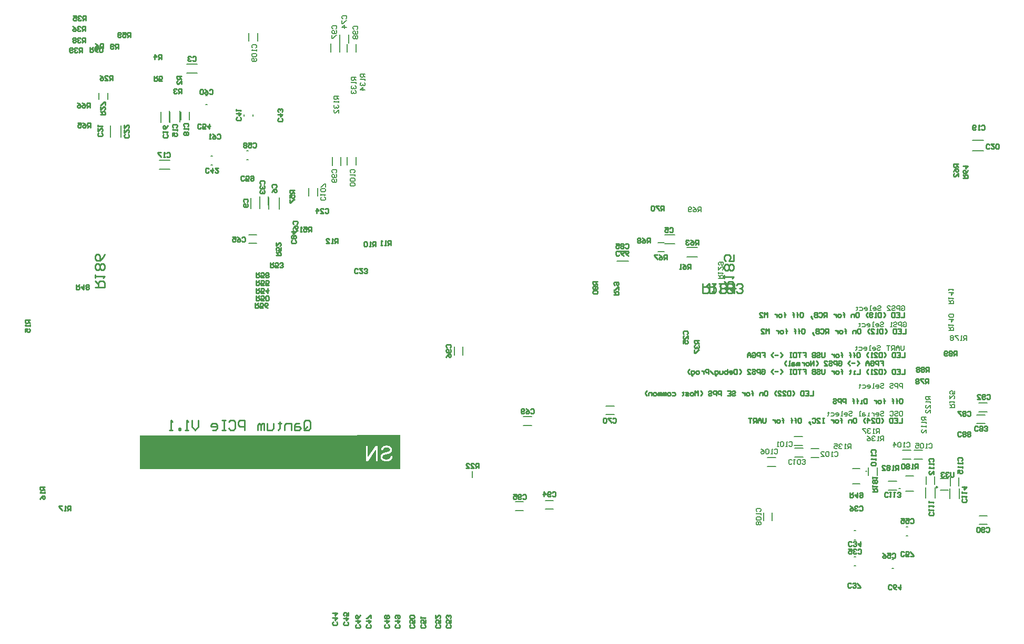
<source format=gbo>
G04*
G04 #@! TF.GenerationSoftware,Altium Limited,Altium Designer,21.6.4 (81)*
G04*
G04 Layer_Color=32896*
%FSAX25Y25*%
%MOIN*%
G70*
G04*
G04 #@! TF.SameCoordinates,04CDB6BB-DAA2-47D8-8ED5-A57D7073F3AE*
G04*
G04*
G04 #@! TF.FilePolarity,Positive*
G04*
G01*
G75*
%ADD10C,0.00984*%
%ADD15C,0.00787*%
%ADD16C,0.00500*%
%ADD18C,0.01000*%
%ADD20C,0.00600*%
%ADD25C,0.00800*%
%ADD26C,0.00900*%
%ADD290R,1.38976X0.21654*%
G36*
X0245079Y-0270324D02*
X0217520D01*
Y-0248671D01*
X0245079D01*
Y-0270324D01*
D02*
G37*
%LPC*%
G36*
X0230710Y-0255553D02*
X0229405D01*
X0224367Y-0263104D01*
Y-0255553D01*
X0223145D01*
Y-0265158D01*
X0224464D01*
X0229488Y-0257621D01*
Y-0265158D01*
X0230710D01*
Y-0255553D01*
D02*
G37*
G36*
X0236345Y-0255386D02*
X0236165D01*
X0236067Y-0255400D01*
X0235970D01*
X0235706Y-0255428D01*
X0235415Y-0255470D01*
X0235110Y-0255539D01*
X0234777Y-0255622D01*
X0234471Y-0255733D01*
X0234457D01*
X0234430Y-0255747D01*
X0234388Y-0255775D01*
X0234332Y-0255803D01*
X0234194Y-0255872D01*
X0234013Y-0255997D01*
X0233805Y-0256136D01*
X0233597Y-0256316D01*
X0233402Y-0256524D01*
X0233222Y-0256760D01*
Y-0256774D01*
X0233208Y-0256788D01*
X0233180Y-0256830D01*
X0233153Y-0256872D01*
X0233083Y-0257010D01*
X0233000Y-0257191D01*
X0232903Y-0257413D01*
X0232833Y-0257677D01*
X0232764Y-0257954D01*
X0232736Y-0258260D01*
X0233958Y-0258357D01*
Y-0258343D01*
Y-0258315D01*
X0233972Y-0258273D01*
X0233985Y-0258204D01*
X0234027Y-0258051D01*
X0234083Y-0257843D01*
X0234166Y-0257621D01*
X0234291Y-0257399D01*
X0234443Y-0257191D01*
X0234638Y-0256996D01*
X0234665Y-0256982D01*
X0234735Y-0256927D01*
X0234874Y-0256844D01*
X0235054Y-0256760D01*
X0235290Y-0256677D01*
X0235568Y-0256594D01*
X0235915Y-0256538D01*
X0236303Y-0256524D01*
X0236498D01*
X0236581Y-0256538D01*
X0236692Y-0256552D01*
X0236942Y-0256580D01*
X0237220Y-0256635D01*
X0237497Y-0256705D01*
X0237761Y-0256816D01*
X0237872Y-0256885D01*
X0237983Y-0256955D01*
X0238011Y-0256969D01*
X0238066Y-0257024D01*
X0238149Y-0257121D01*
X0238233Y-0257232D01*
X0238330Y-0257385D01*
X0238413Y-0257552D01*
X0238469Y-0257746D01*
X0238496Y-0257968D01*
Y-0257996D01*
Y-0258051D01*
X0238482Y-0258148D01*
X0238455Y-0258260D01*
X0238413Y-0258398D01*
X0238344Y-0258537D01*
X0238261Y-0258676D01*
X0238136Y-0258815D01*
X0238122Y-0258829D01*
X0238052Y-0258870D01*
X0237997Y-0258912D01*
X0237941Y-0258940D01*
X0237858Y-0258981D01*
X0237761Y-0259037D01*
X0237636Y-0259078D01*
X0237497Y-0259134D01*
X0237344Y-0259189D01*
X0237164Y-0259259D01*
X0236970Y-0259314D01*
X0236748Y-0259384D01*
X0236498Y-0259439D01*
X0236220Y-0259509D01*
X0236206D01*
X0236151Y-0259523D01*
X0236067Y-0259536D01*
X0235970Y-0259564D01*
X0235845Y-0259592D01*
X0235693Y-0259634D01*
X0235540Y-0259675D01*
X0235373Y-0259717D01*
X0235013Y-0259814D01*
X0234665Y-0259911D01*
X0234499Y-0259967D01*
X0234346Y-0260022D01*
X0234208Y-0260064D01*
X0234097Y-0260119D01*
X0234083D01*
X0234055Y-0260133D01*
X0234013Y-0260161D01*
X0233958Y-0260189D01*
X0233805Y-0260272D01*
X0233625Y-0260383D01*
X0233416Y-0260536D01*
X0233208Y-0260702D01*
X0233014Y-0260897D01*
X0232847Y-0261105D01*
X0232833Y-0261133D01*
X0232778Y-0261202D01*
X0232722Y-0261327D01*
X0232639Y-0261493D01*
X0232570Y-0261688D01*
X0232500Y-0261924D01*
X0232459Y-0262188D01*
X0232445Y-0262465D01*
Y-0262590D01*
X0232472Y-0262743D01*
X0232500Y-0262937D01*
X0232556Y-0263159D01*
X0232625Y-0263395D01*
X0232736Y-0263645D01*
X0232889Y-0263909D01*
Y-0263923D01*
X0232903Y-0263936D01*
X0232972Y-0264020D01*
X0233069Y-0264145D01*
X0233208Y-0264283D01*
X0233389Y-0264450D01*
X0233611Y-0264630D01*
X0233860Y-0264797D01*
X0234152Y-0264950D01*
X0234166D01*
X0234194Y-0264964D01*
X0234235Y-0264977D01*
X0234291Y-0265005D01*
X0234374Y-0265033D01*
X0234471Y-0265075D01*
X0234693Y-0265130D01*
X0234957Y-0265199D01*
X0235276Y-0265269D01*
X0235623Y-0265311D01*
X0235998Y-0265324D01*
X0236220D01*
X0236331Y-0265311D01*
X0236456D01*
X0236595Y-0265297D01*
X0236761Y-0265283D01*
X0237108Y-0265227D01*
X0237469Y-0265172D01*
X0237830Y-0265075D01*
X0238177Y-0264950D01*
X0238191D01*
X0238219Y-0264936D01*
X0238261Y-0264908D01*
X0238316Y-0264880D01*
X0238482Y-0264797D01*
X0238677Y-0264672D01*
X0238899Y-0264506D01*
X0239135Y-0264311D01*
X0239357Y-0264075D01*
X0239565Y-0263811D01*
Y-0263798D01*
X0239593Y-0263770D01*
X0239607Y-0263728D01*
X0239649Y-0263673D01*
X0239676Y-0263603D01*
X0239718Y-0263520D01*
X0239815Y-0263312D01*
X0239912Y-0263048D01*
X0239996Y-0262757D01*
X0240051Y-0262423D01*
X0240079Y-0262076D01*
X0238885Y-0261965D01*
Y-0261979D01*
Y-0261993D01*
X0238871Y-0262035D01*
Y-0262090D01*
X0238843Y-0262215D01*
X0238802Y-0262396D01*
X0238746Y-0262576D01*
X0238691Y-0262784D01*
X0238594Y-0262979D01*
X0238496Y-0263159D01*
X0238482Y-0263173D01*
X0238441Y-0263229D01*
X0238371Y-0263326D01*
X0238261Y-0263423D01*
X0238122Y-0263548D01*
X0237969Y-0263673D01*
X0237761Y-0263798D01*
X0237539Y-0263909D01*
X0237525D01*
X0237511Y-0263923D01*
X0237469Y-0263936D01*
X0237428Y-0263950D01*
X0237289Y-0263992D01*
X0237108Y-0264047D01*
X0236886Y-0264103D01*
X0236636Y-0264145D01*
X0236359Y-0264172D01*
X0236053Y-0264186D01*
X0235929D01*
X0235790Y-0264172D01*
X0235623Y-0264159D01*
X0235429Y-0264131D01*
X0235207Y-0264103D01*
X0234985Y-0264047D01*
X0234777Y-0263978D01*
X0234749Y-0263964D01*
X0234679Y-0263936D01*
X0234582Y-0263881D01*
X0234457Y-0263825D01*
X0234332Y-0263728D01*
X0234194Y-0263631D01*
X0234055Y-0263520D01*
X0233944Y-0263381D01*
X0233930Y-0263367D01*
X0233902Y-0263312D01*
X0233860Y-0263242D01*
X0233805Y-0263131D01*
X0233750Y-0263020D01*
X0233708Y-0262881D01*
X0233680Y-0262729D01*
X0233666Y-0262562D01*
Y-0262548D01*
Y-0262479D01*
X0233680Y-0262396D01*
X0233694Y-0262285D01*
X0233736Y-0262174D01*
X0233777Y-0262035D01*
X0233847Y-0261896D01*
X0233944Y-0261771D01*
X0233958Y-0261757D01*
X0233999Y-0261716D01*
X0234055Y-0261660D01*
X0234152Y-0261577D01*
X0234263Y-0261493D01*
X0234416Y-0261396D01*
X0234596Y-0261299D01*
X0234804Y-0261216D01*
X0234818Y-0261202D01*
X0234888Y-0261188D01*
X0234999Y-0261146D01*
X0235068Y-0261133D01*
X0235165Y-0261105D01*
X0235262Y-0261063D01*
X0235387Y-0261035D01*
X0235526Y-0260994D01*
X0235693Y-0260952D01*
X0235859Y-0260911D01*
X0236053Y-0260855D01*
X0236276Y-0260800D01*
X0236512Y-0260744D01*
X0236526D01*
X0236567Y-0260730D01*
X0236636Y-0260716D01*
X0236720Y-0260688D01*
X0236831Y-0260661D01*
X0236956Y-0260633D01*
X0237233Y-0260550D01*
X0237539Y-0260453D01*
X0237858Y-0260355D01*
X0238136Y-0260258D01*
X0238261Y-0260203D01*
X0238371Y-0260147D01*
X0238385D01*
X0238399Y-0260133D01*
X0238482Y-0260078D01*
X0238608Y-0260008D01*
X0238746Y-0259897D01*
X0238913Y-0259772D01*
X0239079Y-0259620D01*
X0239246Y-0259439D01*
X0239385Y-0259245D01*
X0239399Y-0259217D01*
X0239440Y-0259148D01*
X0239496Y-0259037D01*
X0239551Y-0258898D01*
X0239607Y-0258717D01*
X0239662Y-0258509D01*
X0239704Y-0258287D01*
X0239718Y-0258051D01*
Y-0258037D01*
Y-0258024D01*
Y-0257982D01*
Y-0257926D01*
X0239690Y-0257788D01*
X0239662Y-0257607D01*
X0239621Y-0257399D01*
X0239551Y-0257163D01*
X0239454Y-0256927D01*
X0239315Y-0256691D01*
Y-0256677D01*
X0239301Y-0256663D01*
X0239232Y-0256580D01*
X0239135Y-0256469D01*
X0239010Y-0256330D01*
X0238843Y-0256177D01*
X0238635Y-0256011D01*
X0238385Y-0255858D01*
X0238108Y-0255719D01*
X0238094D01*
X0238066Y-0255706D01*
X0238024Y-0255692D01*
X0237969Y-0255664D01*
X0237900Y-0255636D01*
X0237802Y-0255608D01*
X0237594Y-0255553D01*
X0237331Y-0255497D01*
X0237025Y-0255442D01*
X0236706Y-0255400D01*
X0236345Y-0255386D01*
D02*
G37*
%LPD*%
G54D10*
X0585322Y-0281567D02*
X0584583Y-0281141D01*
Y-0281993D01*
X0585322Y-0281567D01*
G54D15*
X0561877Y-0282487D02*
X0561089D01*
X0561877D01*
X0540571Y-0271732D02*
X0539783D01*
X0540571D01*
X0599119Y-0289052D02*
Y-0282467D01*
X0593322Y-0289052D02*
Y-0282467D01*
X0541715Y-0274434D02*
Y-0269268D01*
X0547227Y-0274434D02*
Y-0269268D01*
X0578110Y-0280075D02*
Y-0274909D01*
X0583622Y-0280075D02*
Y-0274909D01*
X0583765Y-0288658D02*
Y-0282074D01*
X0577967Y-0288658D02*
Y-0282074D01*
X0554353Y-0283511D02*
X0559519D01*
X0554353Y-0277999D02*
X0559519D01*
X0587192Y-0283634D02*
X0592113D01*
X0587231Y-0276351D02*
X0592152D01*
X0593464Y-0280862D02*
Y-0275696D01*
X0598976Y-0280862D02*
Y-0275696D01*
X0480628Y-0302970D02*
Y-0297804D01*
X0475116Y-0302970D02*
Y-0297804D01*
X0477732Y-0262992D02*
X0482898D01*
X0477732Y-0268504D02*
X0482898D01*
X0187008Y-0097071D02*
Y-0091905D01*
X0192520Y-0097071D02*
Y-0091905D01*
X0148995Y0001361D02*
Y0006527D01*
X0154506Y0001361D02*
Y0006527D01*
X0494661Y-0249606D02*
X0499827D01*
X0494661Y-0255118D02*
X0499827D01*
X0505094Y-0262892D02*
X0510260D01*
X0505094Y-0257380D02*
X0510260D01*
X0495055Y-0257087D02*
X0500221D01*
X0495055Y-0262598D02*
X0500221D01*
X0563362Y-0258363D02*
X0568528D01*
X0563362Y-0263875D02*
X0568528D01*
X0570744Y-0263878D02*
X0575910D01*
X0570744Y-0258366D02*
X0575910D01*
X0212205Y0000173D02*
Y0005339D01*
X0206693Y0000173D02*
Y0005339D01*
X0206594Y-0005536D02*
Y-0000370D01*
X0201083Y-0005536D02*
Y-0000370D01*
X0216929Y-0005733D02*
Y-0000567D01*
X0211417Y-0005733D02*
Y-0000567D01*
X0201781Y-0077583D02*
Y-0072417D01*
X0207293Y-0077583D02*
Y-0072417D01*
X0211417Y-0077386D02*
Y-0072220D01*
X0216929Y-0077386D02*
Y-0072220D01*
X0408268Y-0126772D02*
X0412205D01*
X0408268Y-0132327D02*
X0412205D01*
X0412456Y-0127308D02*
X0419040D01*
X0412456Y-0121511D02*
X0419040D01*
X0426544Y-0135576D02*
X0433299D01*
X0426544Y-0129779D02*
X0433299D01*
X0054025Y-0035531D02*
Y-0031594D01*
X0059580Y-0035531D02*
Y-0031594D01*
X0109700Y-0019040D02*
X0116284D01*
X0109700Y-0013243D02*
X0116284D01*
X0092377Y-0080064D02*
X0098962D01*
X0092377Y-0074267D02*
X0098962D01*
X0105905Y-0048782D02*
Y-0043616D01*
X0111417Y-0048782D02*
Y-0043616D01*
X0279134Y-0197859D02*
Y-0192693D01*
X0284646Y-0197859D02*
Y-0192693D01*
X0336787Y-0295669D02*
X0341953D01*
X0336787Y-0290158D02*
X0341953D01*
X0317889Y-0296457D02*
X0323055D01*
X0317889Y-0290945D02*
X0323055D01*
X0323008Y-0242520D02*
X0328173D01*
X0323008Y-0237008D02*
X0328173D01*
X0375370Y-0230217D02*
X0380536D01*
X0375370Y-0235728D02*
X0380536D01*
X0556595Y-0327461D02*
X0557579D01*
X0556595Y-0333169D02*
X0557579D01*
X0532727Y-0331692D02*
X0533711D01*
X0532727Y-0325983D02*
X0533711D01*
X0565650Y-0312697D02*
X0566634D01*
X0565650Y-0306988D02*
X0566634D01*
X0532727Y-0315127D02*
X0533711D01*
X0532727Y-0309418D02*
X0533711D01*
X0121555Y-0033366D02*
X0122539D01*
X0121555Y-0039075D02*
X0122539D01*
X0124911Y-0077429D02*
X0125896D01*
X0124911Y-0071720D02*
X0125896D01*
X0147541Y-0073927D02*
X0148525D01*
X0147541Y-0068218D02*
X0148525D01*
X0151486Y-0046210D02*
Y-0045226D01*
X0145778Y-0046210D02*
Y-0045226D01*
X0610409Y-0235827D02*
X0615575D01*
X0610409Y-0241339D02*
X0615575D01*
X0611743Y-0228346D02*
X0616909D01*
X0611743Y-0233858D02*
X0616909D01*
X0611767Y-0300098D02*
X0616777D01*
X0611767Y-0305413D02*
X0616777D01*
X0382413Y-0131791D02*
X0389500D01*
X0382413Y-0138287D02*
X0389500D01*
X0067776Y-0059517D02*
Y-0052430D01*
X0061279Y-0059517D02*
Y-0052430D01*
X0093164Y-0050143D02*
Y-0043558D01*
X0098962Y-0050143D02*
Y-0043558D01*
X0105217Y-0050000D02*
Y-0042913D01*
X0098721Y-0050000D02*
Y-0042913D01*
X0607480Y-0061713D02*
X0614567D01*
X0607480Y-0068209D02*
X0614567D01*
X0148909Y-0126870D02*
X0153919D01*
X0148909Y-0121555D02*
X0153919D01*
X0161713Y-0105118D02*
Y-0098032D01*
X0168209Y-0105118D02*
Y-0098032D01*
X0156048Y-0104867D02*
Y-0098282D01*
X0150251Y-0104867D02*
Y-0098282D01*
X0155905Y-0102573D02*
Y-0097407D01*
X0161417Y-0102573D02*
Y-0097407D01*
G54D16*
X0565420Y-0284377D02*
X0570145D01*
X0565420Y-0274692D02*
X0570145D01*
X0531516Y-0269843D02*
X0536240D01*
X0531516Y-0279528D02*
X0536240D01*
G54D18*
X0183911Y-0244440D02*
Y-0240375D01*
X0184927Y-0239359D01*
X0186960D01*
X0187976Y-0240375D01*
Y-0244440D01*
X0186960Y-0245457D01*
X0184927D01*
X0185944Y-0243424D02*
X0183911Y-0245457D01*
X0184927D02*
X0183911Y-0244440D01*
X0180862Y-0241391D02*
X0178829D01*
X0177813Y-0242408D01*
Y-0245457D01*
X0180862D01*
X0181878Y-0244440D01*
X0180862Y-0243424D01*
X0177813D01*
X0175780Y-0245457D02*
Y-0241391D01*
X0172731D01*
X0171715Y-0242408D01*
Y-0245457D01*
X0168666Y-0240375D02*
Y-0241391D01*
X0169682D01*
X0167650D01*
X0168666D01*
Y-0244440D01*
X0167650Y-0245457D01*
X0164601Y-0241391D02*
Y-0244440D01*
X0163584Y-0245457D01*
X0160535D01*
Y-0241391D01*
X0158503Y-0245457D02*
Y-0241391D01*
X0157486D01*
X0156470Y-0242408D01*
Y-0245457D01*
Y-0242408D01*
X0155454Y-0241391D01*
X0154437Y-0242408D01*
Y-0245457D01*
X0146307D02*
Y-0239359D01*
X0143257D01*
X0142241Y-0240375D01*
Y-0242408D01*
X0143257Y-0243424D01*
X0146307D01*
X0136143Y-0240375D02*
X0137160Y-0239359D01*
X0139192D01*
X0140208Y-0240375D01*
Y-0244440D01*
X0139192Y-0245457D01*
X0137160D01*
X0136143Y-0244440D01*
X0134110Y-0239359D02*
X0132078D01*
X0133094D01*
Y-0245457D01*
X0134110D01*
X0132078D01*
X0125980D02*
X0128012D01*
X0129029Y-0244440D01*
Y-0242408D01*
X0128012Y-0241391D01*
X0125980D01*
X0124963Y-0242408D01*
Y-0243424D01*
X0129029D01*
X0116833Y-0239359D02*
Y-0243424D01*
X0114800Y-0245457D01*
X0112767Y-0243424D01*
Y-0239359D01*
X0110735Y-0245457D02*
X0108702D01*
X0109718D01*
Y-0239359D01*
X0110735Y-0240375D01*
X0105653Y-0245457D02*
Y-0244440D01*
X0104637D01*
Y-0245457D01*
X0105653D01*
X0100571D02*
X0098539D01*
X0099555D01*
Y-0239359D01*
X0100571Y-0240375D01*
X0506665Y-0220674D02*
Y-0223673D01*
X0504665D01*
X0501666Y-0220674D02*
X0503666D01*
Y-0223673D01*
X0501666D01*
X0503666Y-0222174D02*
X0502666D01*
X0500667Y-0220674D02*
Y-0223673D01*
X0499167D01*
X0498667Y-0223174D01*
Y-0221174D01*
X0499167Y-0220674D01*
X0500667D01*
X0493669Y-0223673D02*
X0494668Y-0222674D01*
Y-0221674D01*
X0493669Y-0220674D01*
X0492169D02*
Y-0223673D01*
X0490670D01*
X0490170Y-0223174D01*
Y-0221174D01*
X0490670Y-0220674D01*
X0492169D01*
X0487171Y-0223673D02*
X0489170D01*
X0487171Y-0221674D01*
Y-0221174D01*
X0487671Y-0220674D01*
X0488670D01*
X0489170Y-0221174D01*
X0484172Y-0223673D02*
X0486171D01*
X0484172Y-0221674D01*
Y-0221174D01*
X0484672Y-0220674D01*
X0485671D01*
X0486171Y-0221174D01*
X0483172Y-0223673D02*
X0482172Y-0222674D01*
Y-0221674D01*
X0483172Y-0220674D01*
X0476174D02*
X0477174D01*
X0477674Y-0221174D01*
Y-0223174D01*
X0477174Y-0223673D01*
X0476174D01*
X0475675Y-0223174D01*
Y-0221174D01*
X0476174Y-0220674D01*
X0474675Y-0223673D02*
Y-0221674D01*
X0473175D01*
X0472676Y-0222174D01*
Y-0223673D01*
X0468177D02*
Y-0221174D01*
Y-0222174D01*
X0468677D01*
X0467677D01*
X0468177D01*
Y-0221174D01*
X0467677Y-0220674D01*
X0465678Y-0223673D02*
X0464678D01*
X0464178Y-0223174D01*
Y-0222174D01*
X0464678Y-0221674D01*
X0465678D01*
X0466178Y-0222174D01*
Y-0223174D01*
X0465678Y-0223673D01*
X0463179Y-0221674D02*
Y-0223673D01*
Y-0222674D01*
X0462679Y-0222174D01*
X0462179Y-0221674D01*
X0461679D01*
X0455181Y-0221174D02*
X0455681Y-0220674D01*
X0456681D01*
X0457181Y-0221174D01*
Y-0221674D01*
X0456681Y-0222174D01*
X0455681D01*
X0455181Y-0222674D01*
Y-0223174D01*
X0455681Y-0223673D01*
X0456681D01*
X0457181Y-0223174D01*
X0452182Y-0220674D02*
X0454182D01*
Y-0223673D01*
X0452182D01*
X0454182Y-0222174D02*
X0453182D01*
X0448184Y-0223673D02*
Y-0220674D01*
X0446684D01*
X0446184Y-0221174D01*
Y-0222174D01*
X0446684Y-0222674D01*
X0448184D01*
X0445185Y-0223673D02*
Y-0220674D01*
X0443685D01*
X0443185Y-0221174D01*
Y-0222174D01*
X0443685Y-0222674D01*
X0445185D01*
X0440186Y-0221174D02*
X0440686Y-0220674D01*
X0441686D01*
X0442185Y-0221174D01*
Y-0221674D01*
X0441686Y-0222174D01*
X0440686D01*
X0440186Y-0222674D01*
Y-0223174D01*
X0440686Y-0223673D01*
X0441686D01*
X0442185Y-0223174D01*
X0435188Y-0223673D02*
X0436187Y-0222674D01*
Y-0221674D01*
X0435188Y-0220674D01*
X0433688Y-0223673D02*
Y-0220674D01*
X0432689Y-0221674D01*
X0431689Y-0220674D01*
Y-0223673D01*
X0430189D02*
X0429190D01*
X0428690Y-0223174D01*
Y-0222174D01*
X0429190Y-0221674D01*
X0430189D01*
X0430689Y-0222174D01*
Y-0223174D01*
X0430189Y-0223673D01*
X0427690D02*
X0426191D01*
X0425691Y-0223174D01*
X0426191Y-0222674D01*
X0427190D01*
X0427690Y-0222174D01*
X0427190Y-0221674D01*
X0425691D01*
X0424191Y-0221174D02*
Y-0221674D01*
X0424691D01*
X0423692D01*
X0424191D01*
Y-0223174D01*
X0423692Y-0223673D01*
X0417194Y-0221674D02*
X0418693D01*
X0419193Y-0222174D01*
Y-0223174D01*
X0418693Y-0223673D01*
X0417194D01*
X0415694D02*
X0414694D01*
X0414194Y-0223174D01*
Y-0222174D01*
X0414694Y-0221674D01*
X0415694D01*
X0416194Y-0222174D01*
Y-0223174D01*
X0415694Y-0223673D01*
X0413195D02*
Y-0221674D01*
X0412695D01*
X0412195Y-0222174D01*
Y-0223673D01*
Y-0222174D01*
X0411695Y-0221674D01*
X0411196Y-0222174D01*
Y-0223673D01*
X0410196D02*
Y-0221674D01*
X0409696D01*
X0409196Y-0222174D01*
Y-0223673D01*
Y-0222174D01*
X0408696Y-0221674D01*
X0408196Y-0222174D01*
Y-0223673D01*
X0406697D02*
X0405697D01*
X0405197Y-0223174D01*
Y-0222174D01*
X0405697Y-0221674D01*
X0406697D01*
X0407197Y-0222174D01*
Y-0223174D01*
X0406697Y-0223673D01*
X0404198D02*
Y-0221674D01*
X0402698D01*
X0402198Y-0222174D01*
Y-0223673D01*
X0401199D02*
X0400199Y-0222674D01*
Y-0221674D01*
X0401199Y-0220674D01*
X0561610Y-0225465D02*
X0562609D01*
X0563109Y-0225964D01*
Y-0227964D01*
X0562609Y-0228464D01*
X0561610D01*
X0561110Y-0227964D01*
Y-0225964D01*
X0561610Y-0225465D01*
X0559610Y-0228464D02*
Y-0225964D01*
Y-0226964D01*
X0560110D01*
X0559111D01*
X0559610D01*
Y-0225964D01*
X0559111Y-0225465D01*
X0557111Y-0228464D02*
Y-0225964D01*
Y-0226964D01*
X0557611D01*
X0556611D01*
X0557111D01*
Y-0225964D01*
X0556611Y-0225465D01*
X0551613Y-0228464D02*
Y-0225964D01*
Y-0226964D01*
X0552113D01*
X0551113D01*
X0551613D01*
Y-0225964D01*
X0551113Y-0225465D01*
X0549114Y-0228464D02*
X0548114D01*
X0547614Y-0227964D01*
Y-0226964D01*
X0548114Y-0226464D01*
X0549114D01*
X0549614Y-0226964D01*
Y-0227964D01*
X0549114Y-0228464D01*
X0546615Y-0226464D02*
Y-0228464D01*
Y-0227464D01*
X0546115Y-0226964D01*
X0545615Y-0226464D01*
X0545115D01*
X0540617Y-0225465D02*
Y-0228464D01*
X0539117D01*
X0538617Y-0227964D01*
Y-0225964D01*
X0539117Y-0225465D01*
X0540617D01*
X0537617Y-0228464D02*
X0536618D01*
X0537118D01*
Y-0226464D01*
X0537617D01*
X0534619Y-0228464D02*
Y-0225964D01*
Y-0226964D01*
X0535118D01*
X0534119D01*
X0534619D01*
Y-0225964D01*
X0534119Y-0225465D01*
X0532119Y-0228464D02*
Y-0225964D01*
Y-0226964D01*
X0532619D01*
X0531620D01*
X0532119D01*
Y-0225964D01*
X0531620Y-0225465D01*
X0527121Y-0228464D02*
Y-0225465D01*
X0525621D01*
X0525122Y-0225964D01*
Y-0226964D01*
X0525621Y-0227464D01*
X0527121D01*
X0524122Y-0228464D02*
Y-0225465D01*
X0522622D01*
X0522122Y-0225964D01*
Y-0226964D01*
X0522622Y-0227464D01*
X0524122D01*
X0519124Y-0225964D02*
X0519623Y-0225465D01*
X0520623D01*
X0521123Y-0225964D01*
Y-0226464D01*
X0520623Y-0226964D01*
X0519623D01*
X0519124Y-0227464D01*
Y-0227964D01*
X0519623Y-0228464D01*
X0520623D01*
X0521123Y-0227964D01*
X0564748Y-0196395D02*
Y-0199394D01*
X0562749D01*
X0559750Y-0196395D02*
X0561749D01*
Y-0199394D01*
X0559750D01*
X0561749Y-0197894D02*
X0560749D01*
X0558750Y-0196395D02*
Y-0199394D01*
X0557250D01*
X0556751Y-0198894D01*
Y-0196895D01*
X0557250Y-0196395D01*
X0558750D01*
X0551752Y-0199394D02*
X0552752Y-0198394D01*
Y-0197394D01*
X0551752Y-0196395D01*
X0550253D02*
Y-0199394D01*
X0548753D01*
X0548253Y-0198894D01*
Y-0196895D01*
X0548753Y-0196395D01*
X0550253D01*
X0545254Y-0199394D02*
X0547254D01*
X0545254Y-0197394D01*
Y-0196895D01*
X0545754Y-0196395D01*
X0546754D01*
X0547254Y-0196895D01*
X0544255Y-0199394D02*
X0543255D01*
X0543755D01*
Y-0196395D01*
X0544255Y-0196895D01*
X0541755Y-0199394D02*
X0540756Y-0198394D01*
Y-0197394D01*
X0541755Y-0196395D01*
X0534758D02*
X0535757D01*
X0536257Y-0196895D01*
Y-0198894D01*
X0535757Y-0199394D01*
X0534758D01*
X0534258Y-0198894D01*
Y-0196895D01*
X0534758Y-0196395D01*
X0532758Y-0199394D02*
Y-0196895D01*
Y-0197894D01*
X0533258D01*
X0532259D01*
X0532758D01*
Y-0196895D01*
X0532259Y-0196395D01*
X0530259Y-0199394D02*
Y-0196895D01*
Y-0197894D01*
X0530759D01*
X0529759D01*
X0530259D01*
Y-0196895D01*
X0529759Y-0196395D01*
X0524761Y-0199394D02*
Y-0196895D01*
Y-0197894D01*
X0525261D01*
X0524261D01*
X0524761D01*
Y-0196895D01*
X0524261Y-0196395D01*
X0522262Y-0199394D02*
X0521262D01*
X0520762Y-0198894D01*
Y-0197894D01*
X0521262Y-0197394D01*
X0522262D01*
X0522762Y-0197894D01*
Y-0198894D01*
X0522262Y-0199394D01*
X0519763Y-0197394D02*
Y-0199394D01*
Y-0198394D01*
X0519263Y-0197894D01*
X0518763Y-0197394D01*
X0518263D01*
X0513764Y-0196395D02*
Y-0198894D01*
X0513265Y-0199394D01*
X0512265D01*
X0511765Y-0198894D01*
Y-0196395D01*
X0508766Y-0196895D02*
X0509266Y-0196395D01*
X0510266D01*
X0510766Y-0196895D01*
Y-0197394D01*
X0510266Y-0197894D01*
X0509266D01*
X0508766Y-0198394D01*
Y-0198894D01*
X0509266Y-0199394D01*
X0510266D01*
X0510766Y-0198894D01*
X0507766Y-0196395D02*
Y-0199394D01*
X0506267D01*
X0505767Y-0198894D01*
Y-0198394D01*
X0506267Y-0197894D01*
X0507766D01*
X0506267D01*
X0505767Y-0197394D01*
Y-0196895D01*
X0506267Y-0196395D01*
X0507766D01*
X0499769D02*
X0501768D01*
Y-0197894D01*
X0500769D01*
X0501768D01*
Y-0199394D01*
X0498769Y-0196395D02*
X0496770D01*
X0497770D01*
Y-0199394D01*
X0495770Y-0196395D02*
Y-0199394D01*
X0494271D01*
X0493771Y-0198894D01*
Y-0196895D01*
X0494271Y-0196395D01*
X0495770D01*
X0492771D02*
X0491772D01*
X0492272D01*
Y-0199394D01*
X0492771D01*
X0491772D01*
X0485774D02*
X0487273Y-0197894D01*
X0485774Y-0196395D01*
X0484274Y-0197894D02*
X0482275D01*
X0481275Y-0199394D02*
X0479775Y-0197894D01*
X0481275Y-0196395D01*
X0473777D02*
X0475777D01*
Y-0197894D01*
X0474777D01*
X0475777D01*
Y-0199394D01*
X0472778D02*
Y-0196395D01*
X0471278D01*
X0470778Y-0196895D01*
Y-0197894D01*
X0471278Y-0198394D01*
X0472778D01*
X0467779Y-0196895D02*
X0468279Y-0196395D01*
X0469279D01*
X0469779Y-0196895D01*
Y-0198894D01*
X0469279Y-0199394D01*
X0468279D01*
X0467779Y-0198894D01*
Y-0197894D01*
X0468779D01*
X0466780Y-0199394D02*
Y-0197394D01*
X0465780Y-0196395D01*
X0464780Y-0197394D01*
Y-0199394D01*
Y-0197894D01*
X0466780D01*
X0564748Y-0206812D02*
Y-0209811D01*
X0562749D01*
X0559750Y-0206812D02*
X0561749D01*
Y-0209811D01*
X0559750D01*
X0561749Y-0208312D02*
X0560749D01*
X0558750Y-0206812D02*
Y-0209811D01*
X0557250D01*
X0556751Y-0209312D01*
Y-0207312D01*
X0557250Y-0206812D01*
X0558750D01*
X0551752Y-0209811D02*
X0552752Y-0208812D01*
Y-0207812D01*
X0551752Y-0206812D01*
X0550253D02*
Y-0209811D01*
X0548753D01*
X0548253Y-0209312D01*
Y-0207312D01*
X0548753Y-0206812D01*
X0550253D01*
X0545254Y-0209811D02*
X0547254D01*
X0545254Y-0207812D01*
Y-0207312D01*
X0545754Y-0206812D01*
X0546754D01*
X0547254Y-0207312D01*
X0544255Y-0209811D02*
X0543255D01*
X0543755D01*
Y-0206812D01*
X0544255Y-0207312D01*
X0541755Y-0209811D02*
X0540756Y-0208812D01*
Y-0207812D01*
X0541755Y-0206812D01*
X0536257D02*
Y-0209811D01*
X0534258D01*
X0533258D02*
X0532259D01*
X0532758D01*
Y-0207812D01*
X0533258D01*
X0530259Y-0207312D02*
Y-0207812D01*
X0530759D01*
X0529759D01*
X0530259D01*
Y-0209312D01*
X0529759Y-0209811D01*
X0524761D02*
Y-0207312D01*
Y-0208312D01*
X0525261D01*
X0524261D01*
X0524761D01*
Y-0207312D01*
X0524261Y-0206812D01*
X0522262Y-0209811D02*
X0521262D01*
X0520762Y-0209312D01*
Y-0208312D01*
X0521262Y-0207812D01*
X0522262D01*
X0522762Y-0208312D01*
Y-0209312D01*
X0522262Y-0209811D01*
X0519763Y-0207812D02*
Y-0209811D01*
Y-0208812D01*
X0519263Y-0208312D01*
X0518763Y-0207812D01*
X0518263D01*
X0513764Y-0206812D02*
Y-0209312D01*
X0513265Y-0209811D01*
X0512265D01*
X0511765Y-0209312D01*
Y-0206812D01*
X0508766Y-0207312D02*
X0509266Y-0206812D01*
X0510266D01*
X0510766Y-0207312D01*
Y-0207812D01*
X0510266Y-0208312D01*
X0509266D01*
X0508766Y-0208812D01*
Y-0209312D01*
X0509266Y-0209811D01*
X0510266D01*
X0510766Y-0209312D01*
X0507766Y-0206812D02*
Y-0209811D01*
X0506267D01*
X0505767Y-0209312D01*
Y-0208812D01*
X0506267Y-0208312D01*
X0507766D01*
X0506267D01*
X0505767Y-0207812D01*
Y-0207312D01*
X0506267Y-0206812D01*
X0507766D01*
X0499769D02*
X0501768D01*
Y-0208312D01*
X0500769D01*
X0501768D01*
Y-0209811D01*
X0498769Y-0206812D02*
X0496770D01*
X0497770D01*
Y-0209811D01*
X0495770Y-0206812D02*
Y-0209811D01*
X0494271D01*
X0493771Y-0209312D01*
Y-0207312D01*
X0494271Y-0206812D01*
X0495770D01*
X0492771D02*
X0491772D01*
X0492272D01*
Y-0209811D01*
X0492771D01*
X0491772D01*
X0485774D02*
X0487273Y-0208312D01*
X0485774Y-0206812D01*
X0484274Y-0208312D02*
X0482275D01*
X0481275Y-0209811D02*
X0479775Y-0208312D01*
X0481275Y-0206812D01*
X0473777Y-0207312D02*
X0474277Y-0206812D01*
X0475277D01*
X0475777Y-0207312D01*
Y-0209312D01*
X0475277Y-0209811D01*
X0474277D01*
X0473777Y-0209312D01*
Y-0208312D01*
X0474777D01*
X0472778Y-0209811D02*
Y-0206812D01*
X0471278D01*
X0470778Y-0207312D01*
Y-0208312D01*
X0471278Y-0208812D01*
X0472778D01*
X0467779Y-0207312D02*
X0468279Y-0206812D01*
X0469279D01*
X0469779Y-0207312D01*
Y-0207812D01*
X0469279Y-0208312D01*
X0468279D01*
X0467779Y-0208812D01*
Y-0209312D01*
X0468279Y-0209811D01*
X0469279D01*
X0469779Y-0209312D01*
X0464780Y-0209811D02*
X0466780D01*
X0464780Y-0207812D01*
Y-0207312D01*
X0465280Y-0206812D01*
X0466280D01*
X0466780Y-0207312D01*
X0459782Y-0209811D02*
X0460782Y-0208812D01*
Y-0207812D01*
X0459782Y-0206812D01*
X0458283D02*
Y-0209811D01*
X0456783D01*
X0456283Y-0209312D01*
Y-0207312D01*
X0456783Y-0206812D01*
X0458283D01*
X0453784Y-0209811D02*
X0454784D01*
X0455283Y-0209312D01*
Y-0208312D01*
X0454784Y-0207812D01*
X0453784D01*
X0453284Y-0208312D01*
Y-0208812D01*
X0455283D01*
X0452284Y-0206812D02*
Y-0209811D01*
X0450785D01*
X0450285Y-0209312D01*
Y-0208812D01*
Y-0208312D01*
X0450785Y-0207812D01*
X0452284D01*
X0449285D02*
Y-0209312D01*
X0448785Y-0209811D01*
X0447286D01*
Y-0207812D01*
X0445287Y-0210811D02*
X0444787D01*
X0444287Y-0210311D01*
Y-0207812D01*
X0445787D01*
X0446286Y-0208312D01*
Y-0209312D01*
X0445787Y-0209811D01*
X0444287D01*
X0443287D02*
X0441288Y-0207812D01*
X0440288Y-0209811D02*
Y-0206812D01*
X0438789D01*
X0438289Y-0207312D01*
Y-0208312D01*
X0438789Y-0208812D01*
X0440288D01*
X0437289Y-0207812D02*
Y-0209811D01*
Y-0208812D01*
X0436789Y-0208312D01*
X0436290Y-0207812D01*
X0435790D01*
X0433790Y-0209811D02*
X0432791D01*
X0432291Y-0209312D01*
Y-0208312D01*
X0432791Y-0207812D01*
X0433790D01*
X0434290Y-0208312D01*
Y-0209312D01*
X0433790Y-0209811D01*
X0430292Y-0210811D02*
X0429792D01*
X0429292Y-0210311D01*
Y-0207812D01*
X0430791D01*
X0431291Y-0208312D01*
Y-0209312D01*
X0430791Y-0209811D01*
X0429292D01*
X0428292D02*
X0427292Y-0208812D01*
Y-0207812D01*
X0428292Y-0206812D01*
X0562957Y-0237834D02*
Y-0240833D01*
X0560957D01*
X0557958Y-0237834D02*
X0559958D01*
Y-0240833D01*
X0557958D01*
X0559958Y-0239333D02*
X0558958D01*
X0556959Y-0237834D02*
Y-0240833D01*
X0555459D01*
X0554959Y-0240333D01*
Y-0238334D01*
X0555459Y-0237834D01*
X0556959D01*
X0549961Y-0240833D02*
X0550961Y-0239833D01*
Y-0238833D01*
X0549961Y-0237834D01*
X0548461D02*
Y-0240833D01*
X0546962D01*
X0546462Y-0240333D01*
Y-0238334D01*
X0546962Y-0237834D01*
X0548461D01*
X0543463Y-0240833D02*
X0545462D01*
X0543463Y-0238833D01*
Y-0238334D01*
X0543963Y-0237834D01*
X0544963D01*
X0545462Y-0238334D01*
X0540964Y-0240833D02*
Y-0237834D01*
X0542463Y-0239333D01*
X0540464D01*
X0539464Y-0240833D02*
X0538465Y-0239833D01*
Y-0238833D01*
X0539464Y-0237834D01*
X0532467D02*
X0533466D01*
X0533966Y-0238334D01*
Y-0240333D01*
X0533466Y-0240833D01*
X0532467D01*
X0531967Y-0240333D01*
Y-0238334D01*
X0532467Y-0237834D01*
X0530967Y-0240833D02*
Y-0238833D01*
X0529468D01*
X0528968Y-0239333D01*
Y-0240833D01*
X0524469D02*
Y-0238334D01*
Y-0239333D01*
X0524969D01*
X0523969D01*
X0524469D01*
Y-0238334D01*
X0523969Y-0237834D01*
X0521970Y-0240833D02*
X0520970D01*
X0520471Y-0240333D01*
Y-0239333D01*
X0520970Y-0238833D01*
X0521970D01*
X0522470Y-0239333D01*
Y-0240333D01*
X0521970Y-0240833D01*
X0519471Y-0238833D02*
Y-0240833D01*
Y-0239833D01*
X0518971Y-0239333D01*
X0518471Y-0238833D01*
X0517971D01*
X0513473Y-0237834D02*
X0512473D01*
X0512973D01*
Y-0240833D01*
X0513473D01*
X0512473D01*
X0508974D02*
X0510974D01*
X0508974Y-0238833D01*
Y-0238334D01*
X0509474Y-0237834D01*
X0510474D01*
X0510974Y-0238334D01*
X0505975D02*
X0506475Y-0237834D01*
X0507475D01*
X0507974Y-0238334D01*
Y-0240333D01*
X0507475Y-0240833D01*
X0506475D01*
X0505975Y-0240333D01*
X0504476Y-0241333D02*
X0503976Y-0240833D01*
Y-0240333D01*
X0504476D01*
Y-0240833D01*
X0503976D01*
X0504476Y-0241333D01*
X0504976Y-0241832D01*
X0497478Y-0237834D02*
X0498478D01*
X0498977Y-0238334D01*
Y-0240333D01*
X0498478Y-0240833D01*
X0497478D01*
X0496978Y-0240333D01*
Y-0238334D01*
X0497478Y-0237834D01*
X0495479Y-0240833D02*
Y-0238334D01*
Y-0239333D01*
X0495978D01*
X0494979D01*
X0495479D01*
Y-0238334D01*
X0494979Y-0237834D01*
X0492979Y-0240833D02*
Y-0238334D01*
Y-0239333D01*
X0493479D01*
X0492480D01*
X0492979D01*
Y-0238334D01*
X0492480Y-0237834D01*
X0487481Y-0240833D02*
Y-0238334D01*
Y-0239333D01*
X0487981D01*
X0486981D01*
X0487481D01*
Y-0238334D01*
X0486981Y-0237834D01*
X0484982Y-0240833D02*
X0483982D01*
X0483483Y-0240333D01*
Y-0239333D01*
X0483982Y-0238833D01*
X0484982D01*
X0485482Y-0239333D01*
Y-0240333D01*
X0484982Y-0240833D01*
X0482483Y-0238833D02*
Y-0240833D01*
Y-0239833D01*
X0481983Y-0239333D01*
X0481483Y-0238833D01*
X0480983D01*
X0476485Y-0237834D02*
Y-0240333D01*
X0475985Y-0240833D01*
X0474985D01*
X0474485Y-0240333D01*
Y-0237834D01*
X0473486Y-0240833D02*
Y-0238833D01*
X0472486Y-0237834D01*
X0471486Y-0238833D01*
Y-0240833D01*
Y-0239333D01*
X0473486D01*
X0470487Y-0240833D02*
Y-0237834D01*
X0468987D01*
X0468487Y-0238334D01*
Y-0239333D01*
X0468987Y-0239833D01*
X0470487D01*
X0469487D02*
X0468487Y-0240833D01*
X0467488Y-0237834D02*
X0465488D01*
X0466488D01*
Y-0240833D01*
X0564136Y-0170921D02*
Y-0173919D01*
X0562137D01*
X0559138Y-0170921D02*
X0561137D01*
Y-0173919D01*
X0559138D01*
X0561137Y-0172420D02*
X0560137D01*
X0558138Y-0170921D02*
Y-0173919D01*
X0556638D01*
X0556139Y-0173420D01*
Y-0171420D01*
X0556638Y-0170921D01*
X0558138D01*
X0551140Y-0173919D02*
X0552140Y-0172920D01*
Y-0171920D01*
X0551140Y-0170921D01*
X0549641D02*
Y-0173919D01*
X0548141D01*
X0547641Y-0173420D01*
Y-0171420D01*
X0548141Y-0170921D01*
X0549641D01*
X0546642Y-0173919D02*
X0545642D01*
X0546142D01*
Y-0170921D01*
X0546642Y-0171420D01*
X0544142Y-0173420D02*
X0543643Y-0173919D01*
X0542643D01*
X0542143Y-0173420D01*
Y-0171420D01*
X0542643Y-0170921D01*
X0543643D01*
X0544142Y-0171420D01*
Y-0171920D01*
X0543643Y-0172420D01*
X0542143D01*
X0541143Y-0173919D02*
X0540144Y-0172920D01*
Y-0171920D01*
X0541143Y-0170921D01*
X0534146D02*
X0535145D01*
X0535645Y-0171420D01*
Y-0173420D01*
X0535145Y-0173919D01*
X0534146D01*
X0533646Y-0173420D01*
Y-0171420D01*
X0534146Y-0170921D01*
X0532646Y-0173919D02*
Y-0171920D01*
X0531147D01*
X0530647Y-0172420D01*
Y-0173919D01*
X0526148D02*
Y-0171420D01*
Y-0172420D01*
X0526648D01*
X0525648D01*
X0526148D01*
Y-0171420D01*
X0525648Y-0170921D01*
X0523649Y-0173919D02*
X0522649D01*
X0522150Y-0173420D01*
Y-0172420D01*
X0522649Y-0171920D01*
X0523649D01*
X0524149Y-0172420D01*
Y-0173420D01*
X0523649Y-0173919D01*
X0521150Y-0171920D02*
Y-0173919D01*
Y-0172920D01*
X0520650Y-0172420D01*
X0520150Y-0171920D01*
X0519650D01*
X0515152Y-0173919D02*
Y-0170921D01*
X0513652D01*
X0513153Y-0171420D01*
Y-0172420D01*
X0513652Y-0172920D01*
X0515152D01*
X0514152D02*
X0513153Y-0173919D01*
X0510153Y-0171420D02*
X0510653Y-0170921D01*
X0511653D01*
X0512153Y-0171420D01*
Y-0173420D01*
X0511653Y-0173919D01*
X0510653D01*
X0510153Y-0173420D01*
X0509154Y-0170921D02*
Y-0173919D01*
X0507654D01*
X0507154Y-0173420D01*
Y-0172920D01*
X0507654Y-0172420D01*
X0509154D01*
X0507654D01*
X0507154Y-0171920D01*
Y-0171420D01*
X0507654Y-0170921D01*
X0509154D01*
X0505655Y-0174419D02*
X0505155Y-0173919D01*
Y-0173420D01*
X0505655D01*
Y-0173919D01*
X0505155D01*
X0505655Y-0174419D01*
X0506155Y-0174919D01*
X0498657Y-0170921D02*
X0499657D01*
X0500157Y-0171420D01*
Y-0173420D01*
X0499657Y-0173919D01*
X0498657D01*
X0498157Y-0173420D01*
Y-0171420D01*
X0498657Y-0170921D01*
X0496658Y-0173919D02*
Y-0171420D01*
Y-0172420D01*
X0497158D01*
X0496158D01*
X0496658D01*
Y-0171420D01*
X0496158Y-0170921D01*
X0494159Y-0173919D02*
Y-0171420D01*
Y-0172420D01*
X0494658D01*
X0493659D01*
X0494159D01*
Y-0171420D01*
X0493659Y-0170921D01*
X0488660Y-0173919D02*
Y-0171420D01*
Y-0172420D01*
X0489160D01*
X0488161D01*
X0488660D01*
Y-0171420D01*
X0488161Y-0170921D01*
X0486161Y-0173919D02*
X0485161D01*
X0484662Y-0173420D01*
Y-0172420D01*
X0485161Y-0171920D01*
X0486161D01*
X0486661Y-0172420D01*
Y-0173420D01*
X0486161Y-0173919D01*
X0483662Y-0171920D02*
Y-0173919D01*
Y-0172920D01*
X0483162Y-0172420D01*
X0482662Y-0171920D01*
X0482163D01*
X0477664Y-0173919D02*
Y-0170921D01*
X0476664Y-0171920D01*
X0475665Y-0170921D01*
Y-0173919D01*
X0472666D02*
X0474665D01*
X0472666Y-0171920D01*
Y-0171420D01*
X0473165Y-0170921D01*
X0474165D01*
X0474665Y-0171420D01*
X0548969Y-0201513D02*
X0550969D01*
Y-0203012D01*
X0549969D01*
X0550969D01*
Y-0204512D01*
X0547969D02*
Y-0201513D01*
X0546470D01*
X0545970Y-0202013D01*
Y-0203012D01*
X0546470Y-0203512D01*
X0547969D01*
X0542971Y-0202013D02*
X0543471Y-0201513D01*
X0544471D01*
X0544970Y-0202013D01*
Y-0204012D01*
X0544471Y-0204512D01*
X0543471D01*
X0542971Y-0204012D01*
Y-0203012D01*
X0543971D01*
X0541971Y-0204512D02*
Y-0202513D01*
X0540972Y-0201513D01*
X0539972Y-0202513D01*
Y-0204512D01*
Y-0203012D01*
X0541971D01*
X0534474Y-0204512D02*
X0535973Y-0203012D01*
X0534474Y-0201513D01*
X0532974Y-0203012D02*
X0530975D01*
X0529975Y-0204512D02*
X0528476Y-0203012D01*
X0529975Y-0201513D01*
X0522478Y-0202013D02*
X0522978Y-0201513D01*
X0523977D01*
X0524477Y-0202013D01*
Y-0204012D01*
X0523977Y-0204512D01*
X0522978D01*
X0522478Y-0204012D01*
Y-0203012D01*
X0523477D01*
X0521478Y-0204512D02*
Y-0201513D01*
X0519979D01*
X0519479Y-0202013D01*
Y-0203012D01*
X0519979Y-0203512D01*
X0521478D01*
X0516480Y-0202013D02*
X0516980Y-0201513D01*
X0517979D01*
X0518479Y-0202013D01*
Y-0202513D01*
X0517979Y-0203012D01*
X0516980D01*
X0516480Y-0203512D01*
Y-0204012D01*
X0516980Y-0204512D01*
X0517979D01*
X0518479Y-0204012D01*
X0513481Y-0204512D02*
X0515480D01*
X0513481Y-0202513D01*
Y-0202013D01*
X0513980Y-0201513D01*
X0514980D01*
X0515480Y-0202013D01*
X0508482Y-0204512D02*
X0509482Y-0203512D01*
Y-0202513D01*
X0508482Y-0201513D01*
X0506983Y-0204512D02*
Y-0201513D01*
X0504983Y-0204512D01*
Y-0201513D01*
X0503484Y-0204512D02*
X0502484D01*
X0501984Y-0204012D01*
Y-0203012D01*
X0502484Y-0202513D01*
X0503484D01*
X0503984Y-0203012D01*
Y-0204012D01*
X0503484Y-0204512D01*
X0500985Y-0202513D02*
Y-0204512D01*
Y-0203512D01*
X0500485Y-0203012D01*
X0499985Y-0202513D01*
X0499485D01*
X0497986Y-0204512D02*
Y-0202513D01*
X0497486D01*
X0496986Y-0203012D01*
Y-0204512D01*
Y-0203012D01*
X0496486Y-0202513D01*
X0495986Y-0203012D01*
Y-0204512D01*
X0494487Y-0202513D02*
X0493487D01*
X0492987Y-0203012D01*
Y-0204512D01*
X0494487D01*
X0494987Y-0204012D01*
X0494487Y-0203512D01*
X0492987D01*
X0491988Y-0204512D02*
X0490988D01*
X0491488D01*
Y-0201513D01*
X0491988D01*
X0489488Y-0204512D02*
X0488489Y-0203512D01*
Y-0202513D01*
X0489488Y-0201513D01*
X0565198Y-0181222D02*
Y-0184221D01*
X0563199D01*
X0560200Y-0181222D02*
X0562199D01*
Y-0184221D01*
X0560200D01*
X0562199Y-0182721D02*
X0561199D01*
X0559200Y-0181222D02*
Y-0184221D01*
X0557701D01*
X0557201Y-0183721D01*
Y-0181722D01*
X0557701Y-0181222D01*
X0559200D01*
X0552202Y-0184221D02*
X0553202Y-0183221D01*
Y-0182222D01*
X0552202Y-0181222D01*
X0550703D02*
Y-0184221D01*
X0549203D01*
X0548703Y-0183721D01*
Y-0181722D01*
X0549203Y-0181222D01*
X0550703D01*
X0547704Y-0184221D02*
X0546704D01*
X0547204D01*
Y-0181222D01*
X0547704Y-0181722D01*
X0543205Y-0184221D02*
X0545205D01*
X0543205Y-0182222D01*
Y-0181722D01*
X0543705Y-0181222D01*
X0544705D01*
X0545205Y-0181722D01*
X0542206Y-0184221D02*
X0541206Y-0183221D01*
Y-0182222D01*
X0542206Y-0181222D01*
X0535208D02*
X0536207D01*
X0536707Y-0181722D01*
Y-0183721D01*
X0536207Y-0184221D01*
X0535208D01*
X0534708Y-0183721D01*
Y-0181722D01*
X0535208Y-0181222D01*
X0533708Y-0184221D02*
Y-0182222D01*
X0532209D01*
X0531709Y-0182721D01*
Y-0184221D01*
X0527210D02*
Y-0181722D01*
Y-0182721D01*
X0527710D01*
X0526711D01*
X0527210D01*
Y-0181722D01*
X0526711Y-0181222D01*
X0524711Y-0184221D02*
X0523712D01*
X0523212Y-0183721D01*
Y-0182721D01*
X0523712Y-0182222D01*
X0524711D01*
X0525211Y-0182721D01*
Y-0183721D01*
X0524711Y-0184221D01*
X0522212Y-0182222D02*
Y-0184221D01*
Y-0183221D01*
X0521712Y-0182721D01*
X0521212Y-0182222D01*
X0520713D01*
X0516214Y-0184221D02*
Y-0181222D01*
X0514714D01*
X0514215Y-0181722D01*
Y-0182721D01*
X0514714Y-0183221D01*
X0516214D01*
X0515214D02*
X0514215Y-0184221D01*
X0511216Y-0181722D02*
X0511715Y-0181222D01*
X0512715D01*
X0513215Y-0181722D01*
Y-0183721D01*
X0512715Y-0184221D01*
X0511715D01*
X0511216Y-0183721D01*
X0510216Y-0181222D02*
Y-0184221D01*
X0508716D01*
X0508217Y-0183721D01*
Y-0183221D01*
X0508716Y-0182721D01*
X0510216D01*
X0508716D01*
X0508217Y-0182222D01*
Y-0181722D01*
X0508716Y-0181222D01*
X0510216D01*
X0506717Y-0184721D02*
X0506217Y-0184221D01*
Y-0183721D01*
X0506717D01*
Y-0184221D01*
X0506217D01*
X0506717Y-0184721D01*
X0507217Y-0185221D01*
X0499719Y-0181222D02*
X0500719D01*
X0501219Y-0181722D01*
Y-0183721D01*
X0500719Y-0184221D01*
X0499719D01*
X0499220Y-0183721D01*
Y-0181722D01*
X0499719Y-0181222D01*
X0497720Y-0184221D02*
Y-0181722D01*
Y-0182721D01*
X0498220D01*
X0497220D01*
X0497720D01*
Y-0181722D01*
X0497220Y-0181222D01*
X0495221Y-0184221D02*
Y-0181722D01*
Y-0182721D01*
X0495721D01*
X0494721D01*
X0495221D01*
Y-0181722D01*
X0494721Y-0181222D01*
X0489723Y-0184221D02*
Y-0181722D01*
Y-0182721D01*
X0490222D01*
X0489223D01*
X0489723D01*
Y-0181722D01*
X0489223Y-0181222D01*
X0487223Y-0184221D02*
X0486224D01*
X0485724Y-0183721D01*
Y-0182721D01*
X0486224Y-0182222D01*
X0487223D01*
X0487723Y-0182721D01*
Y-0183721D01*
X0487223Y-0184221D01*
X0484724Y-0182222D02*
Y-0184221D01*
Y-0183221D01*
X0484224Y-0182721D01*
X0483724Y-0182222D01*
X0483225D01*
X0478726Y-0184221D02*
Y-0181222D01*
X0477727Y-0182222D01*
X0476727Y-0181222D01*
Y-0184221D01*
X0473728D02*
X0475727D01*
X0473728Y-0182222D01*
Y-0181722D01*
X0474228Y-0181222D01*
X0475227D01*
X0475727Y-0181722D01*
X0051451Y-0155015D02*
X0057449D01*
Y-0152016D01*
X0056450Y-0151017D01*
X0054450D01*
X0053451Y-0152016D01*
Y-0155015D01*
Y-0153016D02*
X0051451Y-0151017D01*
Y-0149017D02*
Y-0147018D01*
Y-0148018D01*
X0057449D01*
X0056450Y-0149017D01*
Y-0144019D02*
X0057449Y-0143019D01*
Y-0141020D01*
X0056450Y-0140020D01*
X0055450D01*
X0054450Y-0141020D01*
X0053451Y-0140020D01*
X0052451D01*
X0051451Y-0141020D01*
Y-0143019D01*
X0052451Y-0144019D01*
X0053451D01*
X0054450Y-0143019D01*
X0055450Y-0144019D01*
X0056450D01*
X0054450Y-0143019D02*
Y-0141020D01*
X0057449Y-0134022D02*
X0056450Y-0136022D01*
X0054450Y-0138021D01*
X0052451D01*
X0051451Y-0137021D01*
Y-0135022D01*
X0052451Y-0134022D01*
X0053451D01*
X0054450Y-0135022D01*
Y-0138021D01*
X0450351Y-0155181D02*
X0456349D01*
Y-0152182D01*
X0455349Y-0151182D01*
X0453350D01*
X0452350Y-0152182D01*
Y-0155181D01*
Y-0153181D02*
X0450351Y-0151182D01*
Y-0149183D02*
Y-0147183D01*
Y-0148183D01*
X0456349D01*
X0455349Y-0149183D01*
Y-0144184D02*
X0456349Y-0143185D01*
Y-0141185D01*
X0455349Y-0140186D01*
X0454350D01*
X0453350Y-0141185D01*
X0452350Y-0140186D01*
X0451350D01*
X0450351Y-0141185D01*
Y-0143185D01*
X0451350Y-0144184D01*
X0452350D01*
X0453350Y-0143185D01*
X0454350Y-0144184D01*
X0455349D01*
X0453350Y-0143185D02*
Y-0141185D01*
X0456349Y-0134187D02*
Y-0138186D01*
X0453350D01*
X0454350Y-0136187D01*
Y-0135187D01*
X0453350Y-0134187D01*
X0451350D01*
X0450351Y-0135187D01*
Y-0137187D01*
X0451350Y-0138186D01*
X0436453Y-0152713D02*
Y-0158711D01*
X0439452D01*
X0440451Y-0157711D01*
Y-0155712D01*
X0439452Y-0154712D01*
X0436453D01*
X0438452D02*
X0440451Y-0152713D01*
X0442451D02*
X0444450D01*
X0443450D01*
Y-0158711D01*
X0442451Y-0157711D01*
X0447449D02*
X0448449Y-0158711D01*
X0450448D01*
X0451448Y-0157711D01*
Y-0156712D01*
X0450448Y-0155712D01*
X0451448Y-0154712D01*
Y-0153713D01*
X0450448Y-0152713D01*
X0448449D01*
X0447449Y-0153713D01*
Y-0154712D01*
X0448449Y-0155712D01*
X0447449Y-0156712D01*
Y-0157711D01*
X0448449Y-0155712D02*
X0450448D01*
X0456446Y-0152713D02*
Y-0158711D01*
X0453447Y-0155712D01*
X0457446D01*
X0440882Y-0152713D02*
Y-0158711D01*
X0443881D01*
X0444881Y-0157711D01*
Y-0155712D01*
X0443881Y-0154712D01*
X0440882D01*
X0442882D02*
X0444881Y-0152713D01*
X0446880D02*
X0448880D01*
X0447880D01*
Y-0158711D01*
X0446880Y-0157711D01*
X0451879D02*
X0452878Y-0158711D01*
X0454878D01*
X0455877Y-0157711D01*
Y-0156712D01*
X0454878Y-0155712D01*
X0455877Y-0154712D01*
Y-0153713D01*
X0454878Y-0152713D01*
X0452878D01*
X0451879Y-0153713D01*
Y-0154712D01*
X0452878Y-0155712D01*
X0451879Y-0156712D01*
Y-0157711D01*
X0452878Y-0155712D02*
X0454878D01*
X0457877Y-0157711D02*
X0458877Y-0158711D01*
X0460876D01*
X0461875Y-0157711D01*
Y-0156712D01*
X0460876Y-0155712D01*
X0459876D01*
X0460876D01*
X0461875Y-0154712D01*
Y-0153713D01*
X0460876Y-0152713D01*
X0458877D01*
X0457877Y-0153713D01*
X0595725Y-0272123D02*
Y-0274622D01*
X0595225Y-0275122D01*
X0594225D01*
X0593725Y-0274622D01*
Y-0272123D01*
X0592726Y-0272622D02*
X0592226Y-0272123D01*
X0591226D01*
X0590726Y-0272622D01*
Y-0273122D01*
X0591226Y-0273622D01*
X0591726D01*
X0591226D01*
X0590726Y-0274122D01*
Y-0274622D01*
X0591226Y-0275122D01*
X0592226D01*
X0592726Y-0274622D01*
X0589727Y-0272622D02*
X0589227Y-0272123D01*
X0588227D01*
X0587727Y-0272622D01*
Y-0273122D01*
X0588227Y-0273622D01*
X0588727D01*
X0588227D01*
X0587727Y-0274122D01*
Y-0274622D01*
X0588227Y-0275122D01*
X0589227D01*
X0589727Y-0274622D01*
X0560662Y-0270791D02*
Y-0267792D01*
X0559162D01*
X0558663Y-0268292D01*
Y-0269291D01*
X0559162Y-0269791D01*
X0560662D01*
X0559662D02*
X0558663Y-0270791D01*
X0557663D02*
X0556663D01*
X0557163D01*
Y-0267792D01*
X0557663Y-0268292D01*
X0555164D02*
X0554664Y-0267792D01*
X0553664D01*
X0553164Y-0268292D01*
Y-0268792D01*
X0553664Y-0269291D01*
X0553164Y-0269791D01*
Y-0270291D01*
X0553664Y-0270791D01*
X0554664D01*
X0555164Y-0270291D01*
Y-0269791D01*
X0554664Y-0269291D01*
X0555164Y-0268792D01*
Y-0268292D01*
X0554664Y-0269291D02*
X0553664D01*
X0550165Y-0270791D02*
X0552165D01*
X0550165Y-0268792D01*
Y-0268292D01*
X0550665Y-0267792D01*
X0551665D01*
X0552165Y-0268292D01*
X0544170Y-0284779D02*
X0547169D01*
Y-0283279D01*
X0546669Y-0282780D01*
X0545669D01*
X0545169Y-0283279D01*
Y-0284779D01*
Y-0283779D02*
X0544170Y-0282780D01*
Y-0281780D02*
Y-0280780D01*
Y-0281280D01*
X0547169D01*
X0546669Y-0281780D01*
Y-0279281D02*
X0547169Y-0278781D01*
Y-0277781D01*
X0546669Y-0277281D01*
X0546169D01*
X0545669Y-0277781D01*
X0545169Y-0277281D01*
X0544670D01*
X0544170Y-0277781D01*
Y-0278781D01*
X0544670Y-0279281D01*
X0545169D01*
X0545669Y-0278781D01*
X0546169Y-0279281D01*
X0546669D01*
X0545669Y-0278781D02*
Y-0277781D01*
X0544170Y-0276282D02*
Y-0275282D01*
Y-0275782D01*
X0547169D01*
X0546669Y-0276282D01*
X0572965Y-0270004D02*
Y-0267004D01*
X0571465D01*
X0570965Y-0267504D01*
Y-0268504D01*
X0571465Y-0269004D01*
X0572965D01*
X0571965D02*
X0570965Y-0270004D01*
X0569966D02*
X0568966D01*
X0569466D01*
Y-0267004D01*
X0569966Y-0267504D01*
X0567467D02*
X0566967Y-0267004D01*
X0565967D01*
X0565467Y-0267504D01*
Y-0268004D01*
X0565967Y-0268504D01*
X0565467Y-0269004D01*
Y-0269504D01*
X0565967Y-0270004D01*
X0566967D01*
X0567467Y-0269504D01*
Y-0269004D01*
X0566967Y-0268504D01*
X0567467Y-0268004D01*
Y-0267504D01*
X0566967Y-0268504D02*
X0565967D01*
X0564468Y-0267504D02*
X0563968Y-0267004D01*
X0562968D01*
X0562468Y-0267504D01*
Y-0269504D01*
X0562968Y-0270004D01*
X0563968D01*
X0564468Y-0269504D01*
Y-0267504D01*
X0529958Y-0285213D02*
Y-0288212D01*
X0531457D01*
X0531957Y-0287712D01*
Y-0286712D01*
X0531457Y-0286212D01*
X0529958D01*
X0530957D02*
X0531957Y-0285213D01*
X0534456D02*
Y-0288212D01*
X0532957Y-0286712D01*
X0534956D01*
X0535956Y-0285713D02*
X0536455Y-0285213D01*
X0537455D01*
X0537955Y-0285713D01*
Y-0287712D01*
X0537455Y-0288212D01*
X0536455D01*
X0535956Y-0287712D01*
Y-0287212D01*
X0536455Y-0286712D01*
X0537955D01*
X0598607Y-0265111D02*
X0598107Y-0264611D01*
Y-0263612D01*
X0598607Y-0263112D01*
X0600606D01*
X0601106Y-0263612D01*
Y-0264611D01*
X0600606Y-0265111D01*
X0601106Y-0266111D02*
Y-0267111D01*
Y-0266611D01*
X0598107D01*
X0598607Y-0266111D01*
X0601106Y-0268610D02*
Y-0269610D01*
Y-0269110D01*
X0598107D01*
X0598607Y-0268610D01*
X0598107Y-0273109D02*
Y-0271109D01*
X0599606D01*
X0599107Y-0272109D01*
Y-0272609D01*
X0599606Y-0273109D01*
X0600606D01*
X0601106Y-0272609D01*
Y-0271609D01*
X0600606Y-0271109D01*
X0603362Y-0289219D02*
X0603862Y-0289719D01*
Y-0290719D01*
X0603362Y-0291219D01*
X0601363D01*
X0600863Y-0290719D01*
Y-0289719D01*
X0601363Y-0289219D01*
X0600863Y-0288220D02*
Y-0287220D01*
Y-0287720D01*
X0603862D01*
X0603362Y-0288220D01*
X0600863Y-0285721D02*
Y-0284721D01*
Y-0285221D01*
X0603862D01*
X0603362Y-0285721D01*
X0600863Y-0281722D02*
X0603862D01*
X0602362Y-0283221D01*
Y-0281222D01*
X0554088Y-0287614D02*
X0553588Y-0288114D01*
X0552588D01*
X0552088Y-0287614D01*
Y-0285614D01*
X0552588Y-0285115D01*
X0553588D01*
X0554088Y-0285614D01*
X0555087Y-0285115D02*
X0556087D01*
X0555587D01*
Y-0288114D01*
X0555087Y-0287614D01*
X0557586Y-0285115D02*
X0558586D01*
X0558086D01*
Y-0288114D01*
X0557586Y-0287614D01*
X0560086D02*
X0560585Y-0288114D01*
X0561585D01*
X0562085Y-0287614D01*
Y-0287114D01*
X0561585Y-0286614D01*
X0561085D01*
X0561585D01*
X0562085Y-0286114D01*
Y-0285614D01*
X0561585Y-0285115D01*
X0560585D01*
X0560086Y-0285614D01*
X0580496Y-0265505D02*
X0579996Y-0265005D01*
Y-0264005D01*
X0580496Y-0263506D01*
X0582496D01*
X0582996Y-0264005D01*
Y-0265005D01*
X0582496Y-0265505D01*
X0582996Y-0266505D02*
Y-0267504D01*
Y-0267004D01*
X0579996D01*
X0580496Y-0266505D01*
X0582996Y-0269004D02*
Y-0270004D01*
Y-0269504D01*
X0579996D01*
X0580496Y-0269004D01*
X0582996Y-0273502D02*
Y-0271503D01*
X0580996Y-0273502D01*
X0580496D01*
X0579996Y-0273003D01*
Y-0272003D01*
X0580496Y-0271503D01*
X0582496Y-0297775D02*
X0582996Y-0298275D01*
Y-0299274D01*
X0582496Y-0299774D01*
X0580496D01*
X0579997Y-0299274D01*
Y-0298275D01*
X0580496Y-0297775D01*
X0579997Y-0296775D02*
Y-0295775D01*
Y-0296275D01*
X0582996D01*
X0582496Y-0296775D01*
X0579997Y-0294276D02*
Y-0293276D01*
Y-0293776D01*
X0582996D01*
X0582496Y-0294276D01*
X0579997Y-0291777D02*
Y-0290777D01*
Y-0291277D01*
X0582996D01*
X0582496Y-0291777D01*
X0543882Y-0259993D02*
X0543382Y-0259493D01*
Y-0258494D01*
X0543882Y-0257994D01*
X0545882D01*
X0546381Y-0258494D01*
Y-0259493D01*
X0545882Y-0259993D01*
X0546381Y-0260993D02*
Y-0261993D01*
Y-0261493D01*
X0543382D01*
X0543882Y-0260993D01*
X0546381Y-0263492D02*
Y-0264492D01*
Y-0263992D01*
X0543382D01*
X0543882Y-0263492D01*
Y-0265991D02*
X0543382Y-0266491D01*
Y-0267491D01*
X0543882Y-0267990D01*
X0545882D01*
X0546381Y-0267491D01*
Y-0266491D01*
X0545882Y-0265991D01*
X0543882D01*
G54D20*
X0290551Y-0275590D02*
Y-0271654D01*
G54D25*
X0561874Y-0233603D02*
X0562873D01*
X0563373Y-0234102D01*
Y-0236102D01*
X0562873Y-0236602D01*
X0561874D01*
X0561374Y-0236102D01*
Y-0234102D01*
X0561874Y-0233603D01*
X0558375Y-0234102D02*
X0558875Y-0233603D01*
X0559874D01*
X0560374Y-0234102D01*
Y-0234602D01*
X0559874Y-0235102D01*
X0558875D01*
X0558375Y-0235602D01*
Y-0236102D01*
X0558875Y-0236602D01*
X0559874D01*
X0560374Y-0236102D01*
X0555376Y-0234102D02*
X0555876Y-0233603D01*
X0556875D01*
X0557375Y-0234102D01*
Y-0236102D01*
X0556875Y-0236602D01*
X0555876D01*
X0555376Y-0236102D01*
X0549378Y-0234102D02*
X0549878Y-0233603D01*
X0550877D01*
X0551377Y-0234102D01*
Y-0234602D01*
X0550877Y-0235102D01*
X0549878D01*
X0549378Y-0235602D01*
Y-0236102D01*
X0549878Y-0236602D01*
X0550877D01*
X0551377Y-0236102D01*
X0546879Y-0236602D02*
X0547878D01*
X0548378Y-0236102D01*
Y-0235102D01*
X0547878Y-0234602D01*
X0546879D01*
X0546379Y-0235102D01*
Y-0235602D01*
X0548378D01*
X0545379Y-0234602D02*
Y-0236602D01*
Y-0235602D01*
X0544879Y-0235102D01*
X0544379Y-0234602D01*
X0543880D01*
X0542380Y-0236602D02*
X0541380D01*
X0541880D01*
Y-0234602D01*
X0542380D01*
X0539381D02*
X0538381D01*
X0537882Y-0235102D01*
Y-0236602D01*
X0539381D01*
X0539881Y-0236102D01*
X0539381Y-0235602D01*
X0537882D01*
X0536882Y-0236602D02*
X0535882D01*
X0536382D01*
Y-0233603D01*
X0536882D01*
X0529384Y-0234102D02*
X0529884Y-0233603D01*
X0530884D01*
X0531384Y-0234102D01*
Y-0234602D01*
X0530884Y-0235102D01*
X0529884D01*
X0529384Y-0235602D01*
Y-0236102D01*
X0529884Y-0236602D01*
X0530884D01*
X0531384Y-0236102D01*
X0526885Y-0236602D02*
X0527885D01*
X0528385Y-0236102D01*
Y-0235102D01*
X0527885Y-0234602D01*
X0526885D01*
X0526385Y-0235102D01*
Y-0235602D01*
X0528385D01*
X0525386Y-0236602D02*
X0524386D01*
X0524886D01*
Y-0233603D01*
X0525386D01*
X0521387Y-0236602D02*
X0522387D01*
X0522886Y-0236102D01*
Y-0235102D01*
X0522387Y-0234602D01*
X0521387D01*
X0520887Y-0235102D01*
Y-0235602D01*
X0522886D01*
X0517888Y-0234602D02*
X0519387D01*
X0519887Y-0235102D01*
Y-0236102D01*
X0519387Y-0236602D01*
X0517888D01*
X0516388Y-0234102D02*
Y-0234602D01*
X0516888D01*
X0515889D01*
X0516388D01*
Y-0236102D01*
X0515889Y-0236602D01*
X0564161Y-0191870D02*
Y-0194369D01*
X0563661Y-0194869D01*
X0562661D01*
X0562161Y-0194369D01*
Y-0191870D01*
X0561162Y-0194869D02*
Y-0192870D01*
X0560162Y-0191870D01*
X0559162Y-0192870D01*
Y-0194869D01*
Y-0193370D01*
X0561162D01*
X0558163Y-0194869D02*
Y-0191870D01*
X0556663D01*
X0556163Y-0192370D01*
Y-0193370D01*
X0556663Y-0193870D01*
X0558163D01*
X0557163D02*
X0556163Y-0194869D01*
X0555164Y-0191870D02*
X0553164D01*
X0554164D01*
Y-0194869D01*
X0547166Y-0192370D02*
X0547666Y-0191870D01*
X0548666D01*
X0549165Y-0192370D01*
Y-0192870D01*
X0548666Y-0193370D01*
X0547666D01*
X0547166Y-0193870D01*
Y-0194369D01*
X0547666Y-0194869D01*
X0548666D01*
X0549165Y-0194369D01*
X0544667Y-0194869D02*
X0545667D01*
X0546167Y-0194369D01*
Y-0193370D01*
X0545667Y-0192870D01*
X0544667D01*
X0544167Y-0193370D01*
Y-0193870D01*
X0546167D01*
X0543167Y-0194869D02*
X0542168D01*
X0542668D01*
Y-0191870D01*
X0543167D01*
X0539169Y-0194869D02*
X0540168D01*
X0540668Y-0194369D01*
Y-0193370D01*
X0540168Y-0192870D01*
X0539169D01*
X0538669Y-0193370D01*
Y-0193870D01*
X0540668D01*
X0535670Y-0192870D02*
X0537169D01*
X0537669Y-0193370D01*
Y-0194369D01*
X0537169Y-0194869D01*
X0535670D01*
X0534170Y-0192370D02*
Y-0192870D01*
X0534670D01*
X0533671D01*
X0534170D01*
Y-0194369D01*
X0533671Y-0194869D01*
X0563309Y-0218821D02*
Y-0215822D01*
X0561810D01*
X0561310Y-0216322D01*
Y-0217322D01*
X0561810Y-0217821D01*
X0563309D01*
X0560310Y-0218821D02*
Y-0215822D01*
X0558811D01*
X0558311Y-0216322D01*
Y-0217322D01*
X0558811Y-0217821D01*
X0560310D01*
X0555312Y-0216322D02*
X0555812Y-0215822D01*
X0556811D01*
X0557311Y-0216322D01*
Y-0216822D01*
X0556811Y-0217322D01*
X0555812D01*
X0555312Y-0217821D01*
Y-0218321D01*
X0555812Y-0218821D01*
X0556811D01*
X0557311Y-0218321D01*
X0549314Y-0216322D02*
X0549814Y-0215822D01*
X0550813D01*
X0551313Y-0216322D01*
Y-0216822D01*
X0550813Y-0217322D01*
X0549814D01*
X0549314Y-0217821D01*
Y-0218321D01*
X0549814Y-0218821D01*
X0550813D01*
X0551313Y-0218321D01*
X0546815Y-0218821D02*
X0547814D01*
X0548314Y-0218321D01*
Y-0217322D01*
X0547814Y-0216822D01*
X0546815D01*
X0546315Y-0217322D01*
Y-0217821D01*
X0548314D01*
X0545315Y-0218821D02*
X0544315D01*
X0544815D01*
Y-0215822D01*
X0545315D01*
X0541316Y-0218821D02*
X0542316D01*
X0542816Y-0218321D01*
Y-0217322D01*
X0542316Y-0216822D01*
X0541316D01*
X0540817Y-0217322D01*
Y-0217821D01*
X0542816D01*
X0537817Y-0216822D02*
X0539317D01*
X0539817Y-0217322D01*
Y-0218321D01*
X0539317Y-0218821D01*
X0537817D01*
X0536318Y-0216322D02*
Y-0216822D01*
X0536818D01*
X0535818D01*
X0536318D01*
Y-0218321D01*
X0535818Y-0218821D01*
X0563615Y-0177490D02*
X0564115Y-0176991D01*
X0565115D01*
X0565615Y-0177490D01*
Y-0179490D01*
X0565115Y-0179990D01*
X0564115D01*
X0563615Y-0179490D01*
Y-0178490D01*
X0564615D01*
X0562616Y-0179990D02*
Y-0176991D01*
X0561116D01*
X0560616Y-0177490D01*
Y-0178490D01*
X0561116Y-0178990D01*
X0562616D01*
X0557617Y-0177490D02*
X0558117Y-0176991D01*
X0559117D01*
X0559617Y-0177490D01*
Y-0177990D01*
X0559117Y-0178490D01*
X0558117D01*
X0557617Y-0178990D01*
Y-0179490D01*
X0558117Y-0179990D01*
X0559117D01*
X0559617Y-0179490D01*
X0556618Y-0179990D02*
X0555618D01*
X0556118D01*
Y-0176991D01*
X0556618Y-0177490D01*
X0549120D02*
X0549620Y-0176991D01*
X0550620D01*
X0551119Y-0177490D01*
Y-0177990D01*
X0550620Y-0178490D01*
X0549620D01*
X0549120Y-0178990D01*
Y-0179490D01*
X0549620Y-0179990D01*
X0550620D01*
X0551119Y-0179490D01*
X0546621Y-0179990D02*
X0547620D01*
X0548120Y-0179490D01*
Y-0178490D01*
X0547620Y-0177990D01*
X0546621D01*
X0546121Y-0178490D01*
Y-0178990D01*
X0548120D01*
X0545121Y-0179990D02*
X0544122D01*
X0544621D01*
Y-0176991D01*
X0545121D01*
X0541123Y-0179990D02*
X0542122D01*
X0542622Y-0179490D01*
Y-0178490D01*
X0542122Y-0177990D01*
X0541123D01*
X0540623Y-0178490D01*
Y-0178990D01*
X0542622D01*
X0537624Y-0177990D02*
X0539123D01*
X0539623Y-0178490D01*
Y-0179490D01*
X0539123Y-0179990D01*
X0537624D01*
X0536124Y-0177490D02*
Y-0177990D01*
X0536624D01*
X0535624D01*
X0536124D01*
Y-0179490D01*
X0535624Y-0179990D01*
X0562553Y-0167189D02*
X0563053Y-0166689D01*
X0564053D01*
X0564552Y-0167189D01*
Y-0169188D01*
X0564053Y-0169688D01*
X0563053D01*
X0562553Y-0169188D01*
Y-0168189D01*
X0563553D01*
X0561553Y-0169688D02*
Y-0166689D01*
X0560054D01*
X0559554Y-0167189D01*
Y-0168189D01*
X0560054Y-0168689D01*
X0561553D01*
X0556555Y-0167189D02*
X0557055Y-0166689D01*
X0558054D01*
X0558554Y-0167189D01*
Y-0167689D01*
X0558054Y-0168189D01*
X0557055D01*
X0556555Y-0168689D01*
Y-0169188D01*
X0557055Y-0169688D01*
X0558054D01*
X0558554Y-0169188D01*
X0553556Y-0169688D02*
X0555555D01*
X0553556Y-0167689D01*
Y-0167189D01*
X0554056Y-0166689D01*
X0555056D01*
X0555555Y-0167189D01*
X0547558D02*
X0548058Y-0166689D01*
X0549057D01*
X0549557Y-0167189D01*
Y-0167689D01*
X0549057Y-0168189D01*
X0548058D01*
X0547558Y-0168689D01*
Y-0169188D01*
X0548058Y-0169688D01*
X0549057D01*
X0549557Y-0169188D01*
X0545059Y-0169688D02*
X0546058D01*
X0546558Y-0169188D01*
Y-0168189D01*
X0546058Y-0167689D01*
X0545059D01*
X0544559Y-0168189D01*
Y-0168689D01*
X0546558D01*
X0543559Y-0169688D02*
X0542560D01*
X0543059D01*
Y-0166689D01*
X0543559D01*
X0539561Y-0169688D02*
X0540560D01*
X0541060Y-0169188D01*
Y-0168189D01*
X0540560Y-0167689D01*
X0539561D01*
X0539061Y-0168189D01*
Y-0168689D01*
X0541060D01*
X0536062Y-0167689D02*
X0537561D01*
X0538061Y-0168189D01*
Y-0169188D01*
X0537561Y-0169688D01*
X0536062D01*
X0534562Y-0167189D02*
Y-0167689D01*
X0535062D01*
X0534062D01*
X0534562D01*
Y-0169188D01*
X0534062Y-0169688D01*
X0604067Y-0188507D02*
Y-0185508D01*
X0602568D01*
X0602068Y-0186008D01*
Y-0187008D01*
X0602568Y-0187508D01*
X0604067D01*
X0603067D02*
X0602068Y-0188507D01*
X0601068D02*
X0600069D01*
X0600568D01*
Y-0185508D01*
X0601068Y-0186008D01*
X0598569Y-0185508D02*
X0596570D01*
Y-0186008D01*
X0598569Y-0188007D01*
Y-0188507D01*
X0595570Y-0186008D02*
X0595070Y-0185508D01*
X0594070D01*
X0593571Y-0186008D01*
Y-0186508D01*
X0594070Y-0187008D01*
X0593571Y-0187508D01*
Y-0188007D01*
X0594070Y-0188507D01*
X0595070D01*
X0595570Y-0188007D01*
Y-0187508D01*
X0595070Y-0187008D01*
X0595570Y-0186508D01*
Y-0186008D01*
X0595070Y-0187008D02*
X0594070D01*
X0592595Y-0165378D02*
X0595594D01*
Y-0163879D01*
X0595094Y-0163379D01*
X0594095D01*
X0593595Y-0163879D01*
Y-0165378D01*
Y-0164379D02*
X0592595Y-0163379D01*
Y-0162379D02*
Y-0161380D01*
Y-0161880D01*
X0595594D01*
X0595094Y-0162379D01*
X0592595Y-0158381D02*
X0595594D01*
X0594095Y-0159880D01*
Y-0157881D01*
X0592595Y-0156881D02*
Y-0155881D01*
Y-0156381D01*
X0595594D01*
X0595094Y-0156881D01*
X0592595Y-0182414D02*
X0595594D01*
Y-0180914D01*
X0595094Y-0180414D01*
X0594095D01*
X0593595Y-0180914D01*
Y-0182414D01*
Y-0181414D02*
X0592595Y-0180414D01*
Y-0179415D02*
Y-0178415D01*
Y-0178915D01*
X0595594D01*
X0595094Y-0179415D01*
X0592595Y-0175416D02*
X0595594D01*
X0594095Y-0176915D01*
Y-0174916D01*
X0595094Y-0173916D02*
X0595594Y-0173417D01*
Y-0172417D01*
X0595094Y-0171917D01*
X0593095D01*
X0592595Y-0172417D01*
Y-0173417D01*
X0593095Y-0173916D01*
X0595094D01*
X0151363Y-0003050D02*
X0150863Y-0002550D01*
Y-0001551D01*
X0151363Y-0001051D01*
X0153362D01*
X0153862Y-0001551D01*
Y-0002550D01*
X0153362Y-0003050D01*
X0153862Y-0004050D02*
Y-0005050D01*
Y-0004550D01*
X0150863D01*
X0151363Y-0004050D01*
Y-0006549D02*
X0150863Y-0007049D01*
Y-0008049D01*
X0151363Y-0008548D01*
X0153362D01*
X0153862Y-0008049D01*
Y-0007049D01*
X0153362Y-0006549D01*
X0151363D01*
X0153362Y-0009548D02*
X0153862Y-0010048D01*
Y-0011048D01*
X0153362Y-0011547D01*
X0151363D01*
X0150863Y-0011048D01*
Y-0010048D01*
X0151363Y-0009548D01*
X0151862D01*
X0152362Y-0010048D01*
Y-0011547D01*
X0471048Y-0297145D02*
X0470548Y-0296645D01*
Y-0295645D01*
X0471048Y-0295145D01*
X0473047D01*
X0473547Y-0295645D01*
Y-0296645D01*
X0473047Y-0297145D01*
X0473547Y-0298144D02*
Y-0299144D01*
Y-0298644D01*
X0470548D01*
X0471048Y-0298144D01*
Y-0300644D02*
X0470548Y-0301144D01*
Y-0302143D01*
X0471048Y-0302643D01*
X0473047D01*
X0473547Y-0302143D01*
Y-0301144D01*
X0473047Y-0300644D01*
X0471048D01*
Y-0303643D02*
X0470548Y-0304142D01*
Y-0305142D01*
X0471048Y-0305642D01*
X0471547D01*
X0472047Y-0305142D01*
X0472547Y-0305642D01*
X0473047D01*
X0473547Y-0305142D01*
Y-0304142D01*
X0473047Y-0303643D01*
X0472547D01*
X0472047Y-0304142D01*
X0471547Y-0303643D01*
X0471048D01*
X0472047Y-0304142D02*
Y-0305142D01*
X0197063Y-0097737D02*
X0197563Y-0098237D01*
Y-0099237D01*
X0197063Y-0099736D01*
X0195063D01*
X0194563Y-0099237D01*
Y-0098237D01*
X0195063Y-0097737D01*
X0194563Y-0096737D02*
Y-0095738D01*
Y-0096238D01*
X0197563D01*
X0197063Y-0096737D01*
Y-0094238D02*
X0197563Y-0093738D01*
Y-0092739D01*
X0197063Y-0092239D01*
X0195063D01*
X0194563Y-0092739D01*
Y-0093738D01*
X0195063Y-0094238D01*
X0197063D01*
X0197563Y-0091239D02*
Y-0089240D01*
X0197063D01*
X0195063Y-0091239D01*
X0194563D01*
X0481989Y-0258055D02*
X0482489Y-0257556D01*
X0483489D01*
X0483989Y-0258055D01*
Y-0260055D01*
X0483489Y-0260555D01*
X0482489D01*
X0481989Y-0260055D01*
X0480989Y-0260555D02*
X0479990D01*
X0480490D01*
Y-0257556D01*
X0480989Y-0258055D01*
X0478490D02*
X0477990Y-0257556D01*
X0476991D01*
X0476491Y-0258055D01*
Y-0260055D01*
X0476991Y-0260555D01*
X0477990D01*
X0478490Y-0260055D01*
Y-0258055D01*
X0473492Y-0257556D02*
X0474492Y-0258055D01*
X0475491Y-0259055D01*
Y-0260055D01*
X0474991Y-0260555D01*
X0473992D01*
X0473492Y-0260055D01*
Y-0259555D01*
X0473992Y-0259055D01*
X0475491D01*
X0580021Y-0254512D02*
X0580520Y-0254012D01*
X0581520D01*
X0582020Y-0254512D01*
Y-0256511D01*
X0581520Y-0257011D01*
X0580520D01*
X0580021Y-0256511D01*
X0579021Y-0257011D02*
X0578021D01*
X0578521D01*
Y-0254012D01*
X0579021Y-0254512D01*
X0576522D02*
X0576022Y-0254012D01*
X0575022D01*
X0574522Y-0254512D01*
Y-0256511D01*
X0575022Y-0257011D01*
X0576022D01*
X0576522Y-0256511D01*
Y-0254512D01*
X0571523Y-0254012D02*
X0573523D01*
Y-0255512D01*
X0572523Y-0255012D01*
X0572023D01*
X0571523Y-0255512D01*
Y-0256511D01*
X0572023Y-0257011D01*
X0573023D01*
X0573523Y-0256511D01*
X0565896Y-0253886D02*
X0566396Y-0253386D01*
X0567396D01*
X0567896Y-0253886D01*
Y-0255886D01*
X0567396Y-0256385D01*
X0566396D01*
X0565896Y-0255886D01*
X0564896Y-0256385D02*
X0563897D01*
X0564397D01*
Y-0253386D01*
X0564896Y-0253886D01*
X0562397D02*
X0561898Y-0253386D01*
X0560898D01*
X0560398Y-0253886D01*
Y-0255886D01*
X0560898Y-0256385D01*
X0561898D01*
X0562397Y-0255886D01*
Y-0253886D01*
X0557899Y-0256385D02*
Y-0253386D01*
X0559398Y-0254886D01*
X0557399D01*
X0493208Y-0266748D02*
X0492708Y-0267248D01*
X0491708D01*
X0491208Y-0266748D01*
Y-0264748D01*
X0491708Y-0264248D01*
X0492708D01*
X0493208Y-0264748D01*
X0494207Y-0264248D02*
X0495207D01*
X0494707D01*
Y-0267248D01*
X0494207Y-0266748D01*
X0496707D02*
X0497206Y-0267248D01*
X0498206D01*
X0498706Y-0266748D01*
Y-0264748D01*
X0498206Y-0264248D01*
X0497206D01*
X0496707Y-0264748D01*
Y-0266748D01*
X0499706D02*
X0500206Y-0267248D01*
X0501205D01*
X0501705Y-0266748D01*
Y-0266248D01*
X0501205Y-0265748D01*
X0500705D01*
X0501205D01*
X0501705Y-0265248D01*
Y-0264748D01*
X0501205Y-0264248D01*
X0500206D01*
X0499706Y-0264748D01*
X0520178Y-0259630D02*
X0520678Y-0259130D01*
X0521678D01*
X0522177Y-0259630D01*
Y-0261630D01*
X0521678Y-0262129D01*
X0520678D01*
X0520178Y-0261630D01*
X0519178Y-0262129D02*
X0518179D01*
X0518679D01*
Y-0259130D01*
X0519178Y-0259630D01*
X0516679D02*
X0516179Y-0259130D01*
X0515180D01*
X0514680Y-0259630D01*
Y-0261630D01*
X0515180Y-0262129D01*
X0516179D01*
X0516679Y-0261630D01*
Y-0259630D01*
X0511681Y-0262129D02*
X0513680D01*
X0511681Y-0260130D01*
Y-0259630D01*
X0512181Y-0259130D01*
X0513180D01*
X0513680Y-0259630D01*
X0491332Y-0253331D02*
X0491832Y-0252831D01*
X0492831D01*
X0493331Y-0253331D01*
Y-0255330D01*
X0492831Y-0255830D01*
X0491832D01*
X0491332Y-0255330D01*
X0490332Y-0255830D02*
X0489332D01*
X0489832D01*
Y-0252831D01*
X0490332Y-0253331D01*
X0487833D02*
X0487333Y-0252831D01*
X0486333D01*
X0485834Y-0253331D01*
Y-0255330D01*
X0486333Y-0255830D01*
X0487333D01*
X0487833Y-0255330D01*
Y-0253331D01*
X0484834Y-0255830D02*
X0483834D01*
X0484334D01*
Y-0252831D01*
X0484834Y-0253331D01*
X0213624Y-0082127D02*
X0213124Y-0081627D01*
Y-0080628D01*
X0213624Y-0080128D01*
X0215624D01*
X0216124Y-0080628D01*
Y-0081627D01*
X0215624Y-0082127D01*
X0216124Y-0083127D02*
Y-0084126D01*
Y-0083627D01*
X0213124D01*
X0213624Y-0083127D01*
Y-0085626D02*
X0213124Y-0086126D01*
Y-0087125D01*
X0213624Y-0087625D01*
X0215624D01*
X0216124Y-0087125D01*
Y-0086126D01*
X0215624Y-0085626D01*
X0213624D01*
Y-0088625D02*
X0213124Y-0089125D01*
Y-0090124D01*
X0213624Y-0090624D01*
X0215624D01*
X0216124Y-0090124D01*
Y-0089125D01*
X0215624Y-0088625D01*
X0213624D01*
X0202150Y-0082253D02*
X0201650Y-0081753D01*
Y-0080753D01*
X0202150Y-0080253D01*
X0204149D01*
X0204649Y-0080753D01*
Y-0081753D01*
X0204149Y-0082253D01*
Y-0083252D02*
X0204649Y-0083752D01*
Y-0084752D01*
X0204149Y-0085252D01*
X0202150D01*
X0201650Y-0084752D01*
Y-0083752D01*
X0202150Y-0083252D01*
X0202650D01*
X0203150Y-0083752D01*
Y-0085252D01*
X0204149Y-0086251D02*
X0204649Y-0086751D01*
Y-0087751D01*
X0204149Y-0088251D01*
X0202150D01*
X0201650Y-0087751D01*
Y-0086751D01*
X0202150Y-0086251D01*
X0202650D01*
X0203150Y-0086751D01*
Y-0088251D01*
X0215491Y0008737D02*
X0214991Y0009237D01*
Y0010237D01*
X0215491Y0010736D01*
X0217490D01*
X0217990Y0010237D01*
Y0009237D01*
X0217490Y0008737D01*
Y0007737D02*
X0217990Y0007237D01*
Y0006238D01*
X0217490Y0005738D01*
X0215491D01*
X0214991Y0006238D01*
Y0007237D01*
X0215491Y0007737D01*
X0215991D01*
X0216491Y0007237D01*
Y0005738D01*
X0215491Y0004738D02*
X0214991Y0004239D01*
Y0003239D01*
X0215491Y0002739D01*
X0215991D01*
X0216491Y0003239D01*
X0216990Y0002739D01*
X0217490D01*
X0217990Y0003239D01*
Y0004239D01*
X0217490Y0004738D01*
X0216990D01*
X0216491Y0004239D01*
X0215991Y0004738D01*
X0215491D01*
X0216491Y0004239D02*
Y0003239D01*
X0202150Y0009086D02*
X0201650Y0009586D01*
Y0010586D01*
X0202150Y0011085D01*
X0204149D01*
X0204649Y0010586D01*
Y0009586D01*
X0204149Y0009086D01*
Y0008086D02*
X0204649Y0007586D01*
Y0006587D01*
X0204149Y0006087D01*
X0202150D01*
X0201650Y0006587D01*
Y0007586D01*
X0202150Y0008086D01*
X0202650D01*
X0203150Y0007586D01*
Y0006087D01*
X0201650Y0005087D02*
Y0003088D01*
X0202150D01*
X0204149Y0005087D01*
X0204649D01*
X0208449Y0015385D02*
X0207949Y0015885D01*
Y0016885D01*
X0208449Y0017384D01*
X0210449D01*
X0210948Y0016885D01*
Y0015885D01*
X0210449Y0015385D01*
X0207949Y0014386D02*
Y0012386D01*
X0208449D01*
X0210449Y0014386D01*
X0210948D01*
Y0009887D02*
X0207949D01*
X0209449Y0011387D01*
Y0009387D01*
X0548555Y-0247563D02*
Y-0244564D01*
X0547056D01*
X0546556Y-0245063D01*
Y-0246063D01*
X0547056Y-0246563D01*
X0548555D01*
X0547556D02*
X0546556Y-0247563D01*
X0545556D02*
X0544557D01*
X0545056D01*
Y-0244564D01*
X0545556Y-0245063D01*
X0543057D02*
X0542557Y-0244564D01*
X0541558D01*
X0541058Y-0245063D01*
Y-0245563D01*
X0541558Y-0246063D01*
X0542058D01*
X0541558D01*
X0541058Y-0246563D01*
Y-0247063D01*
X0541558Y-0247563D01*
X0542557D01*
X0543057Y-0247063D01*
X0540058Y-0244564D02*
X0538059D01*
Y-0245063D01*
X0540058Y-0247063D01*
Y-0247563D01*
X0551311Y-0252287D02*
Y-0249288D01*
X0549812D01*
X0549312Y-0249788D01*
Y-0250787D01*
X0549812Y-0251287D01*
X0551311D01*
X0550312D02*
X0549312Y-0252287D01*
X0548312D02*
X0547313D01*
X0547812D01*
Y-0249288D01*
X0548312Y-0249788D01*
X0545813D02*
X0545313Y-0249288D01*
X0544314D01*
X0543814Y-0249788D01*
Y-0250288D01*
X0544314Y-0250787D01*
X0544813D01*
X0544314D01*
X0543814Y-0251287D01*
Y-0251787D01*
X0544314Y-0252287D01*
X0545313D01*
X0545813Y-0251787D01*
X0540815Y-0249288D02*
X0541814Y-0249788D01*
X0542814Y-0250787D01*
Y-0251787D01*
X0542314Y-0252287D01*
X0541315D01*
X0540815Y-0251787D01*
Y-0251287D01*
X0541315Y-0250787D01*
X0542814D01*
X0530445Y-0257405D02*
Y-0254406D01*
X0528946D01*
X0528446Y-0254906D01*
Y-0255906D01*
X0528946Y-0256405D01*
X0530445D01*
X0529446D02*
X0528446Y-0257405D01*
X0527446D02*
X0526446D01*
X0526946D01*
Y-0254406D01*
X0527446Y-0254906D01*
X0524947D02*
X0524447Y-0254406D01*
X0523447D01*
X0522948Y-0254906D01*
Y-0255406D01*
X0523447Y-0255906D01*
X0523947D01*
X0523447D01*
X0522948Y-0256405D01*
Y-0256905D01*
X0523447Y-0257405D01*
X0524447D01*
X0524947Y-0256905D01*
X0519948Y-0254406D02*
X0521948D01*
Y-0255906D01*
X0520948Y-0255406D01*
X0520448D01*
X0519948Y-0255906D01*
Y-0256905D01*
X0520448Y-0257405D01*
X0521448D01*
X0521948Y-0256905D01*
X0222671Y-0019457D02*
X0219672D01*
Y-0020956D01*
X0220172Y-0021456D01*
X0221171D01*
X0221671Y-0020956D01*
Y-0019457D01*
Y-0020457D02*
X0222671Y-0021456D01*
Y-0022456D02*
Y-0023456D01*
Y-0022956D01*
X0219672D01*
X0220172Y-0022456D01*
Y-0024955D02*
X0219672Y-0025455D01*
Y-0026454D01*
X0220172Y-0026954D01*
X0220672D01*
X0221171Y-0026454D01*
Y-0025955D01*
Y-0026454D01*
X0221671Y-0026954D01*
X0222171D01*
X0222671Y-0026454D01*
Y-0025455D01*
X0222171Y-0024955D01*
X0222671Y-0029454D02*
X0219672D01*
X0221171Y-0027954D01*
Y-0029953D01*
X0216854Y-0021523D02*
X0213855D01*
Y-0023023D01*
X0214355Y-0023523D01*
X0215354D01*
X0215854Y-0023023D01*
Y-0021523D01*
Y-0022523D02*
X0216854Y-0023523D01*
Y-0024522D02*
Y-0025522D01*
Y-0025022D01*
X0213855D01*
X0214355Y-0024522D01*
Y-0027022D02*
X0213855Y-0027521D01*
Y-0028521D01*
X0214355Y-0029021D01*
X0214855D01*
X0215354Y-0028521D01*
Y-0028021D01*
Y-0028521D01*
X0215854Y-0029021D01*
X0216354D01*
X0216854Y-0028521D01*
Y-0027521D01*
X0216354Y-0027022D01*
X0214355Y-0030021D02*
X0213855Y-0030520D01*
Y-0031520D01*
X0214355Y-0032020D01*
X0214855D01*
X0215354Y-0031520D01*
Y-0031020D01*
Y-0031520D01*
X0215854Y-0032020D01*
X0216354D01*
X0216854Y-0031520D01*
Y-0030520D01*
X0216354Y-0030021D01*
X0205830Y-0033728D02*
X0202831D01*
Y-0035228D01*
X0203331Y-0035727D01*
X0204331D01*
X0204831Y-0035228D01*
Y-0033728D01*
Y-0034728D02*
X0205830Y-0035727D01*
Y-0036727D02*
Y-0037727D01*
Y-0037227D01*
X0202831D01*
X0203331Y-0036727D01*
Y-0039226D02*
X0202831Y-0039726D01*
Y-0040726D01*
X0203331Y-0041226D01*
X0203831D01*
X0204331Y-0040726D01*
Y-0040226D01*
Y-0040726D01*
X0204831Y-0041226D01*
X0205330D01*
X0205830Y-0040726D01*
Y-0039726D01*
X0205330Y-0039226D01*
X0205830Y-0044225D02*
Y-0042225D01*
X0203831Y-0044225D01*
X0203331D01*
X0202831Y-0043725D01*
Y-0042725D01*
X0203331Y-0042225D01*
X0446630Y-0149343D02*
X0449629D01*
Y-0147843D01*
X0449130Y-0147343D01*
X0448130D01*
X0447630Y-0147843D01*
Y-0149343D01*
Y-0148343D02*
X0446630Y-0147343D01*
Y-0146344D02*
Y-0145344D01*
Y-0145844D01*
X0449629D01*
X0449130Y-0146344D01*
X0446630Y-0141845D02*
Y-0143845D01*
X0448630Y-0141845D01*
X0449130D01*
X0449629Y-0142345D01*
Y-0143345D01*
X0449130Y-0143845D01*
X0447130Y-0140846D02*
X0446630Y-0140346D01*
Y-0139346D01*
X0447130Y-0138846D01*
X0449130D01*
X0449629Y-0139346D01*
Y-0140346D01*
X0449130Y-0140846D01*
X0448630D01*
X0448130Y-0140346D01*
Y-0138846D01*
X0435495Y-0107011D02*
Y-0104012D01*
X0433995D01*
X0433495Y-0104512D01*
Y-0105512D01*
X0433995Y-0106012D01*
X0435495D01*
X0434495D02*
X0433495Y-0107011D01*
X0430496Y-0104012D02*
X0431496Y-0104512D01*
X0432496Y-0105512D01*
Y-0106511D01*
X0431996Y-0107011D01*
X0430996D01*
X0430496Y-0106511D01*
Y-0106012D01*
X0430996Y-0105512D01*
X0432496D01*
X0429497Y-0106511D02*
X0428997Y-0107011D01*
X0427997D01*
X0427497Y-0106511D01*
Y-0104512D01*
X0427997Y-0104012D01*
X0428997D01*
X0429497Y-0104512D01*
Y-0105012D01*
X0428997Y-0105512D01*
X0427497D01*
X0593382Y-0231233D02*
X0596381D01*
Y-0229733D01*
X0595882Y-0229233D01*
X0594882D01*
X0594382Y-0229733D01*
Y-0231233D01*
Y-0230233D02*
X0593382Y-0229233D01*
Y-0228234D02*
Y-0227234D01*
Y-0227734D01*
X0596381D01*
X0595882Y-0228234D01*
X0593382Y-0223735D02*
Y-0225734D01*
X0595382Y-0223735D01*
X0595882D01*
X0596381Y-0224235D01*
Y-0225235D01*
X0595882Y-0225734D01*
X0596381Y-0220736D02*
Y-0222735D01*
X0594882D01*
X0595382Y-0221736D01*
Y-0221236D01*
X0594882Y-0220736D01*
X0593882D01*
X0593382Y-0221236D01*
Y-0222235D01*
X0593882Y-0222735D01*
X0581027Y-0224279D02*
X0578028D01*
Y-0225779D01*
X0578528Y-0226279D01*
X0579528D01*
X0580027Y-0225779D01*
Y-0224279D01*
Y-0225279D02*
X0581027Y-0226279D01*
Y-0227278D02*
Y-0228278D01*
Y-0227778D01*
X0578028D01*
X0578528Y-0227278D01*
X0581027Y-0231777D02*
Y-0229778D01*
X0579028Y-0231777D01*
X0578528D01*
X0578028Y-0231277D01*
Y-0230277D01*
X0578528Y-0229778D01*
X0581027Y-0234776D02*
Y-0232776D01*
X0579028Y-0234776D01*
X0578528D01*
X0578028Y-0234276D01*
Y-0233276D01*
X0578528Y-0232776D01*
X0578271Y-0237128D02*
X0575272D01*
Y-0238627D01*
X0575772Y-0239127D01*
X0576772D01*
X0577272Y-0238627D01*
Y-0237128D01*
Y-0238127D02*
X0578271Y-0239127D01*
Y-0240127D02*
Y-0241126D01*
Y-0240627D01*
X0575272D01*
X0575772Y-0240127D01*
X0578271Y-0242626D02*
Y-0243625D01*
Y-0243126D01*
X0575272D01*
X0575772Y-0242626D01*
X0578271Y-0247124D02*
Y-0245125D01*
X0576272Y-0247124D01*
X0575772D01*
X0575272Y-0246624D01*
Y-0245625D01*
X0575772Y-0245125D01*
G54D26*
X0597699Y-0198350D02*
Y-0195351D01*
X0596200D01*
X0595700Y-0195851D01*
Y-0196850D01*
X0596200Y-0197350D01*
X0597699D01*
X0596700D02*
X0595700Y-0198350D01*
X0594700Y-0195851D02*
X0594201Y-0195351D01*
X0593201D01*
X0592701Y-0195851D01*
Y-0196351D01*
X0593201Y-0196850D01*
X0592701Y-0197350D01*
Y-0197850D01*
X0593201Y-0198350D01*
X0594201D01*
X0594700Y-0197850D01*
Y-0197350D01*
X0594201Y-0196850D01*
X0594700Y-0196351D01*
Y-0195851D01*
X0594201Y-0196850D02*
X0593201D01*
X0591701Y-0197850D02*
X0591202Y-0198350D01*
X0590202D01*
X0589702Y-0197850D01*
Y-0195851D01*
X0590202Y-0195351D01*
X0591202D01*
X0591701Y-0195851D01*
Y-0196351D01*
X0591202Y-0196850D01*
X0589702D01*
X0579983Y-0208586D02*
Y-0205587D01*
X0578483D01*
X0577984Y-0206087D01*
Y-0207087D01*
X0578483Y-0207586D01*
X0579983D01*
X0578983D02*
X0577984Y-0208586D01*
X0576984Y-0206087D02*
X0576484Y-0205587D01*
X0575484D01*
X0574985Y-0206087D01*
Y-0206587D01*
X0575484Y-0207087D01*
X0574985Y-0207586D01*
Y-0208086D01*
X0575484Y-0208586D01*
X0576484D01*
X0576984Y-0208086D01*
Y-0207586D01*
X0576484Y-0207087D01*
X0576984Y-0206587D01*
Y-0206087D01*
X0576484Y-0207087D02*
X0575484D01*
X0573985Y-0206087D02*
X0573485Y-0205587D01*
X0572485D01*
X0571985Y-0206087D01*
Y-0206587D01*
X0572485Y-0207087D01*
X0571985Y-0207586D01*
Y-0208086D01*
X0572485Y-0208586D01*
X0573485D01*
X0573985Y-0208086D01*
Y-0207586D01*
X0573485Y-0207087D01*
X0573985Y-0206587D01*
Y-0206087D01*
X0573485Y-0207087D02*
X0572485D01*
X0274504Y-0193276D02*
X0274004Y-0192776D01*
Y-0191777D01*
X0274504Y-0191277D01*
X0276503D01*
X0277003Y-0191777D01*
Y-0192776D01*
X0276503Y-0193276D01*
Y-0194276D02*
X0277003Y-0194776D01*
Y-0195775D01*
X0276503Y-0196275D01*
X0274504D01*
X0274004Y-0195775D01*
Y-0194776D01*
X0274504Y-0194276D01*
X0275003D01*
X0275503Y-0194776D01*
Y-0196275D01*
X0274004Y-0199274D02*
X0274504Y-0198275D01*
X0275503Y-0197275D01*
X0276503D01*
X0277003Y-0197775D01*
Y-0198775D01*
X0276503Y-0199274D01*
X0276003D01*
X0275503Y-0198775D01*
Y-0197275D01*
X0322472Y-0286865D02*
X0322972Y-0286365D01*
X0323971D01*
X0324471Y-0286865D01*
Y-0288864D01*
X0323971Y-0289364D01*
X0322972D01*
X0322472Y-0288864D01*
X0321472D02*
X0320972Y-0289364D01*
X0319973D01*
X0319473Y-0288864D01*
Y-0286865D01*
X0319973Y-0286365D01*
X0320972D01*
X0321472Y-0286865D01*
Y-0287365D01*
X0320972Y-0287865D01*
X0319473D01*
X0316474Y-0286365D02*
X0318473D01*
Y-0287865D01*
X0317473Y-0287365D01*
X0316974D01*
X0316474Y-0287865D01*
Y-0288864D01*
X0316974Y-0289364D01*
X0317973D01*
X0318473Y-0288864D01*
X0341369Y-0285162D02*
X0341869Y-0284662D01*
X0342869D01*
X0343369Y-0285162D01*
Y-0287161D01*
X0342869Y-0287661D01*
X0341869D01*
X0341369Y-0287161D01*
X0340370D02*
X0339870Y-0287661D01*
X0338870D01*
X0338370Y-0287161D01*
Y-0285162D01*
X0338870Y-0284662D01*
X0339870D01*
X0340370Y-0285162D01*
Y-0285662D01*
X0339870Y-0286162D01*
X0338370D01*
X0335871Y-0287661D02*
Y-0284662D01*
X0337371Y-0286162D01*
X0335371D01*
X0610993Y-0245488D02*
X0610493Y-0245988D01*
X0609493D01*
X0608993Y-0245488D01*
Y-0243489D01*
X0609493Y-0242989D01*
X0610493D01*
X0610993Y-0243489D01*
X0611993D02*
X0612492Y-0242989D01*
X0613492D01*
X0613992Y-0243489D01*
Y-0245488D01*
X0613492Y-0245988D01*
X0612492D01*
X0611993Y-0245488D01*
Y-0244988D01*
X0612492Y-0244488D01*
X0613992D01*
X0614992Y-0245488D02*
X0615491Y-0245988D01*
X0616491D01*
X0616991Y-0245488D01*
Y-0244988D01*
X0616491Y-0244488D01*
X0615991D01*
X0616491D01*
X0616991Y-0243988D01*
Y-0243489D01*
X0616491Y-0242989D01*
X0615491D01*
X0614992Y-0243489D01*
X0616683Y-0223285D02*
X0617183Y-0222785D01*
X0618183D01*
X0618682Y-0223285D01*
Y-0225284D01*
X0618183Y-0225784D01*
X0617183D01*
X0616683Y-0225284D01*
X0615683D02*
X0615183Y-0225784D01*
X0614184D01*
X0613684Y-0225284D01*
Y-0223285D01*
X0614184Y-0222785D01*
X0615183D01*
X0615683Y-0223285D01*
Y-0223784D01*
X0615183Y-0224284D01*
X0613684D01*
X0610685Y-0225784D02*
X0612684D01*
X0610685Y-0223784D01*
Y-0223285D01*
X0611185Y-0222785D01*
X0612184D01*
X0612684Y-0223285D01*
X0616173Y-0307662D02*
X0616672Y-0307162D01*
X0617672D01*
X0618172Y-0307662D01*
Y-0309661D01*
X0617672Y-0310161D01*
X0616672D01*
X0616173Y-0309661D01*
X0615173D02*
X0614673Y-0310161D01*
X0613673D01*
X0613173Y-0309661D01*
Y-0307662D01*
X0613673Y-0307162D01*
X0614673D01*
X0615173Y-0307662D01*
Y-0308162D01*
X0614673Y-0308661D01*
X0613173D01*
X0612174Y-0307662D02*
X0611674Y-0307162D01*
X0610674D01*
X0610175Y-0307662D01*
Y-0309661D01*
X0610674Y-0310161D01*
X0611674D01*
X0612174Y-0309661D01*
Y-0307662D01*
X0600363Y-0249031D02*
X0599863Y-0249531D01*
X0598863D01*
X0598363Y-0249031D01*
Y-0247032D01*
X0598863Y-0246532D01*
X0599863D01*
X0600363Y-0247032D01*
X0601363Y-0249031D02*
X0601862Y-0249531D01*
X0602862D01*
X0603362Y-0249031D01*
Y-0248531D01*
X0602862Y-0248031D01*
X0603362Y-0247532D01*
Y-0247032D01*
X0602862Y-0246532D01*
X0601862D01*
X0601363Y-0247032D01*
Y-0247532D01*
X0601862Y-0248031D01*
X0601363Y-0248531D01*
Y-0249031D01*
X0601862Y-0248031D02*
X0602862D01*
X0604362Y-0249031D02*
X0604861Y-0249531D01*
X0605861D01*
X0606361Y-0249031D01*
Y-0248531D01*
X0605861Y-0248031D01*
X0606361Y-0247532D01*
Y-0247032D01*
X0605861Y-0246532D01*
X0604861D01*
X0604362Y-0247032D01*
Y-0247532D01*
X0604861Y-0248031D01*
X0604362Y-0248531D01*
Y-0249031D01*
X0604861Y-0248031D02*
X0605861D01*
X0604361Y-0234040D02*
X0604861Y-0233540D01*
X0605861D01*
X0606361Y-0234040D01*
Y-0236039D01*
X0605861Y-0236539D01*
X0604861D01*
X0604361Y-0236039D01*
X0603362Y-0234040D02*
X0602862Y-0233540D01*
X0601862D01*
X0601363Y-0234040D01*
Y-0234540D01*
X0601862Y-0235039D01*
X0601363Y-0235539D01*
Y-0236039D01*
X0601862Y-0236539D01*
X0602862D01*
X0603362Y-0236039D01*
Y-0235539D01*
X0602862Y-0235039D01*
X0603362Y-0234540D01*
Y-0234040D01*
X0602862Y-0235039D02*
X0601862D01*
X0600363Y-0233540D02*
X0598363D01*
Y-0234040D01*
X0600363Y-0236039D01*
Y-0236539D01*
X0370004Y-0151119D02*
X0367004D01*
Y-0152619D01*
X0367504Y-0153119D01*
X0368504D01*
X0369004Y-0152619D01*
Y-0151119D01*
Y-0152119D02*
X0370004Y-0153119D01*
X0367504Y-0154118D02*
X0367004Y-0154618D01*
Y-0155618D01*
X0367504Y-0156118D01*
X0368004D01*
X0368504Y-0155618D01*
X0369004Y-0156118D01*
X0369504D01*
X0370004Y-0155618D01*
Y-0154618D01*
X0369504Y-0154118D01*
X0369004D01*
X0368504Y-0154618D01*
X0368004Y-0154118D01*
X0367504D01*
X0368504Y-0154618D02*
Y-0155618D01*
X0367504Y-0157117D02*
X0367004Y-0157617D01*
Y-0158617D01*
X0367504Y-0159117D01*
X0369504D01*
X0370004Y-0158617D01*
Y-0157617D01*
X0369504Y-0157117D01*
X0367504D01*
X0380390Y-0159511D02*
X0383389D01*
Y-0158011D01*
X0382889Y-0157511D01*
X0381890D01*
X0381390Y-0158011D01*
Y-0159511D01*
Y-0158511D02*
X0380390Y-0157511D01*
X0383389Y-0156511D02*
Y-0154512D01*
X0382889D01*
X0380890Y-0156511D01*
X0380390D01*
X0380890Y-0153512D02*
X0380390Y-0153013D01*
Y-0152013D01*
X0380890Y-0151513D01*
X0382889D01*
X0383389Y-0152013D01*
Y-0153013D01*
X0382889Y-0153512D01*
X0382390D01*
X0381890Y-0153013D01*
Y-0151513D01*
X0579589Y-0216066D02*
Y-0213067D01*
X0578090D01*
X0577590Y-0213567D01*
Y-0214567D01*
X0578090Y-0215067D01*
X0579589D01*
X0578590D02*
X0577590Y-0216066D01*
X0576590Y-0213067D02*
X0574591D01*
Y-0213567D01*
X0576590Y-0215567D01*
Y-0216066D01*
X0573591Y-0213567D02*
X0573091Y-0213067D01*
X0572092D01*
X0571592Y-0213567D01*
Y-0214067D01*
X0572092Y-0214567D01*
X0571592Y-0215067D01*
Y-0215567D01*
X0572092Y-0216066D01*
X0573091D01*
X0573591Y-0215567D01*
Y-0215067D01*
X0573091Y-0214567D01*
X0573591Y-0214067D01*
Y-0213567D01*
X0573091Y-0214567D02*
X0572092D01*
X0411873Y-0106224D02*
Y-0103225D01*
X0410373D01*
X0409873Y-0103725D01*
Y-0104724D01*
X0410373Y-0105224D01*
X0411873D01*
X0410873D02*
X0409873Y-0106224D01*
X0408874Y-0103225D02*
X0406874D01*
Y-0103725D01*
X0408874Y-0105724D01*
Y-0106224D01*
X0405875Y-0103725D02*
X0405375Y-0103225D01*
X0404375D01*
X0403875Y-0103725D01*
Y-0105724D01*
X0404375Y-0106224D01*
X0405375D01*
X0405875Y-0105724D01*
Y-0103725D01*
X0403211Y-0126696D02*
Y-0123697D01*
X0401712D01*
X0401212Y-0124197D01*
Y-0125197D01*
X0401712Y-0125697D01*
X0403211D01*
X0402212D02*
X0401212Y-0126696D01*
X0398213Y-0123697D02*
X0399213Y-0124197D01*
X0400212Y-0125197D01*
Y-0126197D01*
X0399712Y-0126696D01*
X0398713D01*
X0398213Y-0126197D01*
Y-0125697D01*
X0398713Y-0125197D01*
X0400212D01*
X0397213Y-0124197D02*
X0396713Y-0123697D01*
X0395714D01*
X0395214Y-0124197D01*
Y-0124697D01*
X0395714Y-0125197D01*
X0395214Y-0125697D01*
Y-0126197D01*
X0395714Y-0126696D01*
X0396713D01*
X0397213Y-0126197D01*
Y-0125697D01*
X0396713Y-0125197D01*
X0397213Y-0124697D01*
Y-0124197D01*
X0396713Y-0125197D02*
X0395714D01*
X0413841Y-0137326D02*
Y-0134327D01*
X0412342D01*
X0411842Y-0134827D01*
Y-0135827D01*
X0412342Y-0136327D01*
X0413841D01*
X0412842D02*
X0411842Y-0137326D01*
X0408843Y-0134327D02*
X0409842Y-0134827D01*
X0410842Y-0135827D01*
Y-0136826D01*
X0410342Y-0137326D01*
X0409343D01*
X0408843Y-0136826D01*
Y-0136327D01*
X0409343Y-0135827D01*
X0410842D01*
X0407843Y-0134327D02*
X0405844D01*
Y-0134827D01*
X0407843Y-0136826D01*
Y-0137326D01*
X0048093Y-0040870D02*
Y-0037871D01*
X0046594D01*
X0046094Y-0038370D01*
Y-0039370D01*
X0046594Y-0039870D01*
X0048093D01*
X0047093D02*
X0046094Y-0040870D01*
X0043095Y-0037871D02*
X0044094Y-0038370D01*
X0045094Y-0039370D01*
Y-0040370D01*
X0044594Y-0040870D01*
X0043595D01*
X0043095Y-0040370D01*
Y-0039870D01*
X0043595Y-0039370D01*
X0045094D01*
X0040096Y-0037871D02*
X0041095Y-0038370D01*
X0042095Y-0039370D01*
Y-0040370D01*
X0041595Y-0040870D01*
X0040596D01*
X0040096Y-0040370D01*
Y-0039870D01*
X0040596Y-0039370D01*
X0042095D01*
X0048487Y-0053468D02*
Y-0050469D01*
X0046987D01*
X0046488Y-0050969D01*
Y-0051968D01*
X0046987Y-0052468D01*
X0048487D01*
X0047487D02*
X0046488Y-0053468D01*
X0043488Y-0050469D02*
X0044488Y-0050969D01*
X0045488Y-0051968D01*
Y-0052968D01*
X0044988Y-0053468D01*
X0043988D01*
X0043488Y-0052968D01*
Y-0052468D01*
X0043988Y-0051968D01*
X0045488D01*
X0040490Y-0050469D02*
X0042489D01*
Y-0051968D01*
X0041489Y-0051469D01*
X0040989D01*
X0040490Y-0051968D01*
Y-0052968D01*
X0040989Y-0053468D01*
X0041989D01*
X0042489Y-0052968D01*
X0601650Y-0085495D02*
X0604649D01*
Y-0083995D01*
X0604149Y-0083495D01*
X0603150D01*
X0602650Y-0083995D01*
Y-0085495D01*
Y-0084495D02*
X0601650Y-0083495D01*
X0604649Y-0080496D02*
X0604149Y-0081496D01*
X0603150Y-0082496D01*
X0602150D01*
X0601650Y-0081996D01*
Y-0080996D01*
X0602150Y-0080496D01*
X0602650D01*
X0603150Y-0080996D01*
Y-0082496D01*
X0601650Y-0077997D02*
X0604649D01*
X0603150Y-0079497D01*
Y-0077497D01*
X0433920Y-0127877D02*
Y-0124878D01*
X0432420D01*
X0431921Y-0125378D01*
Y-0126378D01*
X0432420Y-0126878D01*
X0433920D01*
X0432920D02*
X0431921Y-0127877D01*
X0428922Y-0124878D02*
X0429921Y-0125378D01*
X0430921Y-0126378D01*
Y-0127378D01*
X0430421Y-0127877D01*
X0429421D01*
X0428922Y-0127378D01*
Y-0126878D01*
X0429421Y-0126378D01*
X0430921D01*
X0427922Y-0125378D02*
X0427422Y-0124878D01*
X0426422D01*
X0425922Y-0125378D01*
Y-0125878D01*
X0426422Y-0126378D01*
X0426922D01*
X0426422D01*
X0425922Y-0126878D01*
Y-0127378D01*
X0426422Y-0127877D01*
X0427422D01*
X0427922Y-0127378D01*
X0598557Y-0076647D02*
X0595558D01*
Y-0078146D01*
X0596058Y-0078646D01*
X0597057D01*
X0597557Y-0078146D01*
Y-0076647D01*
Y-0077647D02*
X0598557Y-0078646D01*
X0595558Y-0081645D02*
X0596058Y-0080646D01*
X0597057Y-0079646D01*
X0598057D01*
X0598557Y-0080146D01*
Y-0081146D01*
X0598057Y-0081645D01*
X0597557D01*
X0597057Y-0081146D01*
Y-0079646D01*
X0598557Y-0084644D02*
Y-0082645D01*
X0596557Y-0084644D01*
X0596058D01*
X0595558Y-0084145D01*
Y-0083145D01*
X0596058Y-0082645D01*
X0429089Y-0143232D02*
Y-0140233D01*
X0427590D01*
X0427090Y-0140733D01*
Y-0141732D01*
X0427590Y-0142232D01*
X0429089D01*
X0428090D02*
X0427090Y-0143232D01*
X0424091Y-0140233D02*
X0425091Y-0140733D01*
X0426090Y-0141732D01*
Y-0142732D01*
X0425591Y-0143232D01*
X0424591D01*
X0424091Y-0142732D01*
Y-0142232D01*
X0424591Y-0141732D01*
X0426090D01*
X0423091Y-0143232D02*
X0422092D01*
X0422591D01*
Y-0140233D01*
X0423091Y-0140733D01*
X0048167Y-0002634D02*
Y-0005633D01*
X0049666D01*
X0050166Y-0005133D01*
Y-0004134D01*
X0049666Y-0003634D01*
X0048167D01*
X0049166D02*
X0050166Y-0002634D01*
X0053165Y-0005633D02*
X0052165Y-0005133D01*
X0051166Y-0004134D01*
Y-0003134D01*
X0051666Y-0002634D01*
X0052665D01*
X0053165Y-0003134D01*
Y-0003634D01*
X0052665Y-0004134D01*
X0051166D01*
X0054165Y-0005133D02*
X0054664Y-0005633D01*
X0055664D01*
X0056164Y-0005133D01*
Y-0003134D01*
X0055664Y-0002634D01*
X0054664D01*
X0054165Y-0003134D01*
Y-0005133D01*
X0073881Y0003815D02*
Y0006814D01*
X0072381D01*
X0071881Y0006315D01*
Y0005315D01*
X0072381Y0004815D01*
X0073881D01*
X0072881D02*
X0071881Y0003815D01*
X0068882Y0006814D02*
X0070882D01*
Y0005315D01*
X0069882Y0005815D01*
X0069382D01*
X0068882Y0005315D01*
Y0004315D01*
X0069382Y0003815D01*
X0070382D01*
X0070882Y0004315D01*
X0067883D02*
X0067383Y0003815D01*
X0066383D01*
X0065883Y0004315D01*
Y0006315D01*
X0066383Y0006814D01*
X0067383D01*
X0067883Y0006315D01*
Y0005815D01*
X0067383Y0005315D01*
X0065883D01*
X0387432Y-0127741D02*
X0387932Y-0127241D01*
X0388932D01*
X0389432Y-0127741D01*
Y-0129740D01*
X0388932Y-0130240D01*
X0387932D01*
X0387432Y-0129740D01*
X0386433Y-0127741D02*
X0385933Y-0127241D01*
X0384933D01*
X0384433Y-0127741D01*
Y-0128240D01*
X0384933Y-0128740D01*
X0384433Y-0129240D01*
Y-0129740D01*
X0384933Y-0130240D01*
X0385933D01*
X0386433Y-0129740D01*
Y-0129240D01*
X0385933Y-0128740D01*
X0386433Y-0128240D01*
Y-0127741D01*
X0385933Y-0128740D02*
X0384933D01*
X0381434Y-0127241D02*
X0383434D01*
Y-0128740D01*
X0382434Y-0128240D01*
X0381934D01*
X0381434Y-0128740D01*
Y-0129740D01*
X0381934Y-0130240D01*
X0382934D01*
X0383434Y-0129740D01*
X0178270Y-0125067D02*
X0178769Y-0125567D01*
Y-0126567D01*
X0178270Y-0127066D01*
X0176270D01*
X0175770Y-0126567D01*
Y-0125567D01*
X0176270Y-0125067D01*
X0178270Y-0124067D02*
X0178769Y-0123567D01*
Y-0122568D01*
X0178270Y-0122068D01*
X0177770D01*
X0177270Y-0122568D01*
X0176770Y-0122068D01*
X0176270D01*
X0175770Y-0122568D01*
Y-0123567D01*
X0176270Y-0124067D01*
X0176770D01*
X0177270Y-0123567D01*
X0177770Y-0124067D01*
X0178270D01*
X0177270Y-0123567D02*
Y-0122568D01*
X0175770Y-0119569D02*
X0178769D01*
X0177270Y-0121068D01*
Y-0119069D01*
X0379558Y-0238370D02*
X0380058Y-0237871D01*
X0381058D01*
X0381558Y-0238370D01*
Y-0240370D01*
X0381058Y-0240870D01*
X0380058D01*
X0379558Y-0240370D01*
X0378559Y-0237871D02*
X0376559D01*
Y-0238370D01*
X0378559Y-0240370D01*
Y-0240870D01*
X0375560Y-0238370D02*
X0375060Y-0237871D01*
X0374060D01*
X0373560Y-0238370D01*
Y-0240370D01*
X0374060Y-0240870D01*
X0375060D01*
X0375560Y-0240370D01*
Y-0238370D01*
X0327590Y-0232465D02*
X0328090Y-0231965D01*
X0329089D01*
X0329589Y-0232465D01*
Y-0234464D01*
X0329089Y-0234964D01*
X0328090D01*
X0327590Y-0234464D01*
X0324591Y-0231965D02*
X0325590Y-0232465D01*
X0326590Y-0233465D01*
Y-0234464D01*
X0326090Y-0234964D01*
X0325091D01*
X0324591Y-0234464D01*
Y-0233964D01*
X0325091Y-0233465D01*
X0326590D01*
X0323591Y-0234464D02*
X0323091Y-0234964D01*
X0322092D01*
X0321592Y-0234464D01*
Y-0232465D01*
X0322092Y-0231965D01*
X0323091D01*
X0323591Y-0232465D01*
Y-0232965D01*
X0323091Y-0233465D01*
X0321592D01*
X0153482Y-0145745D02*
Y-0148744D01*
X0154981D01*
X0155481Y-0148244D01*
Y-0147244D01*
X0154981Y-0146744D01*
X0153482D01*
X0154481D02*
X0155481Y-0145745D01*
X0158480Y-0148744D02*
X0156481D01*
Y-0147244D01*
X0157480Y-0147744D01*
X0157980D01*
X0158480Y-0147244D01*
Y-0146244D01*
X0157980Y-0145745D01*
X0156981D01*
X0156481Y-0146244D01*
X0159480Y-0148244D02*
X0159979Y-0148744D01*
X0160979D01*
X0161479Y-0148244D01*
Y-0147744D01*
X0160979Y-0147244D01*
X0161479Y-0146744D01*
Y-0146244D01*
X0160979Y-0145745D01*
X0159979D01*
X0159480Y-0146244D01*
Y-0146744D01*
X0159979Y-0147244D01*
X0159480Y-0147744D01*
Y-0148244D01*
X0159979Y-0147244D02*
X0160979D01*
X0177877Y-0093245D02*
X0174878D01*
Y-0094745D01*
X0175378Y-0095245D01*
X0176378D01*
X0176878Y-0094745D01*
Y-0093245D01*
Y-0094245D02*
X0177877Y-0095245D01*
X0174878Y-0098244D02*
Y-0096244D01*
X0176378D01*
X0175878Y-0097244D01*
Y-0097744D01*
X0176378Y-0098244D01*
X0177378D01*
X0177877Y-0097744D01*
Y-0096744D01*
X0177378Y-0096244D01*
X0174878Y-0099243D02*
Y-0101243D01*
X0175378D01*
X0177378Y-0099243D01*
X0177877D01*
X0153088Y-0165036D02*
Y-0168035D01*
X0154587D01*
X0155087Y-0167535D01*
Y-0166535D01*
X0154587Y-0166036D01*
X0153088D01*
X0154088D02*
X0155087Y-0165036D01*
X0158086Y-0168035D02*
X0156087D01*
Y-0166535D01*
X0157087Y-0167035D01*
X0157587D01*
X0158086Y-0166535D01*
Y-0165536D01*
X0157587Y-0165036D01*
X0156587D01*
X0156087Y-0165536D01*
X0161085Y-0168035D02*
X0160086Y-0167535D01*
X0159086Y-0166535D01*
Y-0165536D01*
X0159586Y-0165036D01*
X0160585D01*
X0161085Y-0165536D01*
Y-0166036D01*
X0160585Y-0166535D01*
X0159086D01*
X0153482Y-0150469D02*
Y-0153468D01*
X0154981D01*
X0155481Y-0152968D01*
Y-0151969D01*
X0154981Y-0151469D01*
X0153482D01*
X0154481D02*
X0155481Y-0150469D01*
X0158480Y-0153468D02*
X0156481D01*
Y-0151969D01*
X0157480Y-0152468D01*
X0157980D01*
X0158480Y-0151969D01*
Y-0150969D01*
X0157980Y-0150469D01*
X0156981D01*
X0156481Y-0150969D01*
X0161479Y-0153468D02*
X0159480D01*
Y-0151969D01*
X0160479Y-0152468D01*
X0160979D01*
X0161479Y-0151969D01*
Y-0150969D01*
X0160979Y-0150469D01*
X0159979D01*
X0159480Y-0150969D01*
X0153482Y-0155587D02*
Y-0158586D01*
X0154981D01*
X0155481Y-0158086D01*
Y-0157087D01*
X0154981Y-0156587D01*
X0153482D01*
X0154481D02*
X0155481Y-0155587D01*
X0158480Y-0158586D02*
X0156481D01*
Y-0157087D01*
X0157480Y-0157586D01*
X0157980D01*
X0158480Y-0157087D01*
Y-0156087D01*
X0157980Y-0155587D01*
X0156981D01*
X0156481Y-0156087D01*
X0160979Y-0155587D02*
Y-0158586D01*
X0159480Y-0157087D01*
X0161479D01*
X0162537Y-0139445D02*
Y-0142444D01*
X0164036D01*
X0164536Y-0141945D01*
Y-0140945D01*
X0164036Y-0140445D01*
X0162537D01*
X0163536D02*
X0164536Y-0139445D01*
X0167535Y-0142444D02*
X0165536D01*
Y-0140945D01*
X0166535Y-0141445D01*
X0167035D01*
X0167535Y-0140945D01*
Y-0139945D01*
X0167035Y-0139445D01*
X0166036D01*
X0165536Y-0139945D01*
X0168535Y-0141945D02*
X0169035Y-0142444D01*
X0170034D01*
X0170534Y-0141945D01*
Y-0141445D01*
X0170034Y-0140945D01*
X0169535D01*
X0170034D01*
X0170534Y-0140445D01*
Y-0139945D01*
X0170034Y-0139445D01*
X0169035D01*
X0168535Y-0139945D01*
X0166217Y-0134707D02*
X0169216D01*
Y-0133208D01*
X0168716Y-0132708D01*
X0167717D01*
X0167217Y-0133208D01*
Y-0134707D01*
Y-0133708D02*
X0166217Y-0132708D01*
X0169216Y-0129709D02*
Y-0131708D01*
X0167717D01*
X0168216Y-0130709D01*
Y-0130209D01*
X0167717Y-0129709D01*
X0166717D01*
X0166217Y-0130209D01*
Y-0131209D01*
X0166717Y-0131708D01*
X0166217Y-0126710D02*
Y-0128709D01*
X0168216Y-0126710D01*
X0168716D01*
X0169216Y-0127210D01*
Y-0128209D01*
X0168716Y-0128709D01*
X0188538Y-0119628D02*
Y-0116629D01*
X0187039D01*
X0186539Y-0117129D01*
Y-0118128D01*
X0187039Y-0118628D01*
X0188538D01*
X0187539D02*
X0186539Y-0119628D01*
X0183540Y-0116629D02*
X0185539D01*
Y-0118128D01*
X0184539Y-0117628D01*
X0184040D01*
X0183540Y-0118128D01*
Y-0119128D01*
X0184040Y-0119628D01*
X0185039D01*
X0185539Y-0119128D01*
X0182540Y-0119628D02*
X0181541D01*
X0182040D01*
Y-0116629D01*
X0182540Y-0117129D01*
X0153482Y-0160311D02*
Y-0163311D01*
X0154981D01*
X0155481Y-0162811D01*
Y-0161811D01*
X0154981Y-0161311D01*
X0153482D01*
X0154481D02*
X0155481Y-0160311D01*
X0158480Y-0163311D02*
X0156481D01*
Y-0161811D01*
X0157480Y-0162311D01*
X0157980D01*
X0158480Y-0161811D01*
Y-0160811D01*
X0157980Y-0160311D01*
X0156981D01*
X0156481Y-0160811D01*
X0159480Y-0162811D02*
X0159979Y-0163311D01*
X0160979D01*
X0161479Y-0162811D01*
Y-0160811D01*
X0160979Y-0160311D01*
X0159979D01*
X0159480Y-0160811D01*
Y-0162811D01*
X0177347Y-0114930D02*
X0176847Y-0114430D01*
Y-0113430D01*
X0177347Y-0112930D01*
X0179346D01*
X0179846Y-0113430D01*
Y-0114430D01*
X0179346Y-0114930D01*
X0176847Y-0117929D02*
X0177347Y-0116929D01*
X0178347Y-0115929D01*
X0179346D01*
X0179846Y-0116429D01*
Y-0117429D01*
X0179346Y-0117929D01*
X0178846D01*
X0178347Y-0117429D01*
Y-0115929D01*
X0176847Y-0118929D02*
Y-0120928D01*
X0177347D01*
X0179346Y-0118929D01*
X0179846D01*
X0383674Y-0134303D02*
X0383174Y-0134803D01*
X0382175D01*
X0381675Y-0134303D01*
Y-0132304D01*
X0382175Y-0131804D01*
X0383174D01*
X0383674Y-0132304D01*
X0386673Y-0134803D02*
X0385673Y-0134303D01*
X0384674Y-0133304D01*
Y-0132304D01*
X0385174Y-0131804D01*
X0386173D01*
X0386673Y-0132304D01*
Y-0132804D01*
X0386173Y-0133304D01*
X0384674D01*
X0389672Y-0134803D02*
X0388673Y-0134303D01*
X0387673Y-0133304D01*
Y-0132304D01*
X0388173Y-0131804D01*
X0389172D01*
X0389672Y-0132304D01*
Y-0132804D01*
X0389172Y-0133304D01*
X0387673D01*
X0144519Y-0123480D02*
X0145019Y-0122980D01*
X0146019D01*
X0146518Y-0123480D01*
Y-0125480D01*
X0146019Y-0125979D01*
X0145019D01*
X0144519Y-0125480D01*
X0141520Y-0122980D02*
X0142520Y-0123480D01*
X0143519Y-0124480D01*
Y-0125480D01*
X0143019Y-0125979D01*
X0142020D01*
X0141520Y-0125480D01*
Y-0124980D01*
X0142020Y-0124480D01*
X0143519D01*
X0138521Y-0122980D02*
X0140520D01*
Y-0124480D01*
X0139521Y-0123980D01*
X0139021D01*
X0138521Y-0124480D01*
Y-0125480D01*
X0139021Y-0125979D01*
X0140021D01*
X0140520Y-0125480D01*
X0556268Y-0346275D02*
X0555768Y-0346775D01*
X0554769D01*
X0554269Y-0346275D01*
Y-0344276D01*
X0554769Y-0343776D01*
X0555768D01*
X0556268Y-0344276D01*
X0559267Y-0346775D02*
X0558268Y-0346275D01*
X0557268Y-0345276D01*
Y-0344276D01*
X0557768Y-0343776D01*
X0558768D01*
X0559267Y-0344276D01*
Y-0344776D01*
X0558768Y-0345276D01*
X0557268D01*
X0561767Y-0343776D02*
Y-0346775D01*
X0560267Y-0345276D01*
X0562266D01*
X0564142Y-0325015D02*
X0563643Y-0325515D01*
X0562643D01*
X0562143Y-0325015D01*
Y-0323016D01*
X0562643Y-0322516D01*
X0563643D01*
X0564142Y-0323016D01*
X0567141Y-0325515D02*
X0565142D01*
Y-0324016D01*
X0566142Y-0324516D01*
X0566642D01*
X0567141Y-0324016D01*
Y-0323016D01*
X0566642Y-0322516D01*
X0565642D01*
X0565142Y-0323016D01*
X0568141Y-0325515D02*
X0570140D01*
Y-0325015D01*
X0568141Y-0323016D01*
Y-0322516D01*
X0556724Y-0324197D02*
X0557224Y-0323697D01*
X0558223D01*
X0558723Y-0324197D01*
Y-0326197D01*
X0558223Y-0326696D01*
X0557224D01*
X0556724Y-0326197D01*
X0553725Y-0323697D02*
X0555724D01*
Y-0325197D01*
X0554724Y-0324697D01*
X0554225D01*
X0553725Y-0325197D01*
Y-0326197D01*
X0554225Y-0326696D01*
X0555224D01*
X0555724Y-0326197D01*
X0550726Y-0323697D02*
X0551725Y-0324197D01*
X0552725Y-0325197D01*
Y-0326197D01*
X0552225Y-0326696D01*
X0551226D01*
X0550726Y-0326197D01*
Y-0325697D01*
X0551226Y-0325197D01*
X0552725D01*
X0568141Y-0302150D02*
X0568641Y-0301650D01*
X0569641D01*
X0570140Y-0302150D01*
Y-0304149D01*
X0569641Y-0304649D01*
X0568641D01*
X0568141Y-0304149D01*
X0565142Y-0301650D02*
X0567141D01*
Y-0303150D01*
X0566142Y-0302650D01*
X0565642D01*
X0565142Y-0303150D01*
Y-0304149D01*
X0565642Y-0304649D01*
X0566642D01*
X0567141Y-0304149D01*
X0562143Y-0301650D02*
X0564142D01*
Y-0303150D01*
X0563143Y-0302650D01*
X0562643D01*
X0562143Y-0303150D01*
Y-0304149D01*
X0562643Y-0304649D01*
X0563643D01*
X0564142Y-0304149D01*
X0118473Y-0053756D02*
X0117973Y-0054255D01*
X0116974D01*
X0116474Y-0053756D01*
Y-0051756D01*
X0116974Y-0051256D01*
X0117973D01*
X0118473Y-0051756D01*
X0121472Y-0054255D02*
X0119473D01*
Y-0052756D01*
X0120473Y-0053256D01*
X0120972D01*
X0121472Y-0052756D01*
Y-0051756D01*
X0120972Y-0051256D01*
X0119973D01*
X0119473Y-0051756D01*
X0123971Y-0051256D02*
Y-0054255D01*
X0122472Y-0052756D01*
X0124471D01*
X0169897Y-0047669D02*
X0170397Y-0048169D01*
Y-0049168D01*
X0169897Y-0049668D01*
X0167898D01*
X0167398Y-0049168D01*
Y-0048169D01*
X0167898Y-0047669D01*
X0167398Y-0045169D02*
X0170397D01*
X0168898Y-0046669D01*
Y-0044670D01*
X0169897Y-0043670D02*
X0170397Y-0043170D01*
Y-0042170D01*
X0169897Y-0041671D01*
X0169397D01*
X0168898Y-0042170D01*
Y-0042670D01*
Y-0042170D01*
X0168398Y-0041671D01*
X0167898D01*
X0167398Y-0042170D01*
Y-0043170D01*
X0167898Y-0043670D01*
X0123591Y-0081708D02*
X0123091Y-0082208D01*
X0122092D01*
X0121592Y-0081708D01*
Y-0079709D01*
X0122092Y-0079209D01*
X0123091D01*
X0123591Y-0079709D01*
X0126090Y-0079209D02*
Y-0082208D01*
X0124591Y-0080709D01*
X0126590D01*
X0129589Y-0079209D02*
X0127590D01*
X0129589Y-0081208D01*
Y-0081708D01*
X0129089Y-0082208D01*
X0128090D01*
X0127590Y-0081708D01*
X0143471Y-0047066D02*
X0143970Y-0047566D01*
Y-0048566D01*
X0143471Y-0049065D01*
X0141471D01*
X0140971Y-0048566D01*
Y-0047566D01*
X0141471Y-0047066D01*
X0140971Y-0044567D02*
X0143970D01*
X0142471Y-0046066D01*
Y-0044067D01*
X0140971Y-0043067D02*
Y-0042068D01*
Y-0042568D01*
X0143970D01*
X0143471Y-0043067D01*
X0039702Y-0153225D02*
Y-0156224D01*
X0041202D01*
X0041701Y-0155724D01*
Y-0154724D01*
X0041202Y-0154225D01*
X0039702D01*
X0040702D02*
X0041701Y-0153225D01*
X0044201D02*
Y-0156224D01*
X0042701Y-0154724D01*
X0044701D01*
X0045700Y-0155724D02*
X0046200Y-0156224D01*
X0047200D01*
X0047699Y-0155724D01*
Y-0155224D01*
X0047200Y-0154724D01*
X0047699Y-0154225D01*
Y-0153725D01*
X0047200Y-0153225D01*
X0046200D01*
X0045700Y-0153725D01*
Y-0154225D01*
X0046200Y-0154724D01*
X0045700Y-0155224D01*
Y-0155724D01*
X0046200Y-0154724D02*
X0047200D01*
X0043369Y-0005830D02*
Y-0002831D01*
X0041869D01*
X0041369Y-0003331D01*
Y-0004331D01*
X0041869Y-0004831D01*
X0043369D01*
X0042369D02*
X0041369Y-0005830D01*
X0040370Y-0003331D02*
X0039870Y-0002831D01*
X0038870D01*
X0038370Y-0003331D01*
Y-0003831D01*
X0038870Y-0004331D01*
X0039370D01*
X0038870D01*
X0038370Y-0004831D01*
Y-0005330D01*
X0038870Y-0005830D01*
X0039870D01*
X0040370Y-0005330D01*
X0037371D02*
X0036871Y-0005830D01*
X0035871D01*
X0035371Y-0005330D01*
Y-0003331D01*
X0035871Y-0002831D01*
X0036871D01*
X0037371Y-0003331D01*
Y-0003831D01*
X0036871Y-0004331D01*
X0035371D01*
X0045337Y0000469D02*
Y0003468D01*
X0043838D01*
X0043338Y0002968D01*
Y0001969D01*
X0043838Y0001469D01*
X0045337D01*
X0044338D02*
X0043338Y0000469D01*
X0042338Y0002968D02*
X0041838Y0003468D01*
X0040839D01*
X0040339Y0002968D01*
Y0002468D01*
X0040839Y0001969D01*
X0041339D01*
X0040839D01*
X0040339Y0001469D01*
Y0000969D01*
X0040839Y0000469D01*
X0041838D01*
X0042338Y0000969D01*
X0039339Y0002968D02*
X0038839Y0003468D01*
X0037840D01*
X0037340Y0002968D01*
Y0002468D01*
X0037840Y0001969D01*
X0037340Y0001469D01*
Y0000969D01*
X0037840Y0000469D01*
X0038839D01*
X0039339Y0000969D01*
Y0001469D01*
X0038839Y0001969D01*
X0039339Y0002468D01*
Y0002968D01*
X0038839Y0001969D02*
X0037840D01*
X0045337Y0007556D02*
Y0010555D01*
X0043838D01*
X0043338Y0010055D01*
Y0009055D01*
X0043838Y0008555D01*
X0045337D01*
X0044338D02*
X0043338Y0007556D01*
X0042338Y0010055D02*
X0041838Y0010555D01*
X0040839D01*
X0040339Y0010055D01*
Y0009555D01*
X0040839Y0009055D01*
X0041339D01*
X0040839D01*
X0040339Y0008555D01*
Y0008055D01*
X0040839Y0007556D01*
X0041838D01*
X0042338Y0008055D01*
X0037340Y0010555D02*
X0038339Y0010055D01*
X0039339Y0009055D01*
Y0008055D01*
X0038839Y0007556D01*
X0037840D01*
X0037340Y0008055D01*
Y0008555D01*
X0037840Y0009055D01*
X0039339D01*
X0045731Y0014248D02*
Y0017248D01*
X0044232D01*
X0043732Y0016748D01*
Y0015748D01*
X0044232Y0015248D01*
X0045731D01*
X0044731D02*
X0043732Y0014248D01*
X0042732Y0016748D02*
X0042232Y0017248D01*
X0041232D01*
X0040733Y0016748D01*
Y0016248D01*
X0041232Y0015748D01*
X0041732D01*
X0041232D01*
X0040733Y0015248D01*
Y0014748D01*
X0041232Y0014248D01*
X0042232D01*
X0042732Y0014748D01*
X0037734Y0017248D02*
X0039733D01*
Y0015748D01*
X0038733Y0016248D01*
X0038233D01*
X0037734Y0015748D01*
Y0014748D01*
X0038233Y0014248D01*
X0039233D01*
X0039733Y0014748D01*
X0156481Y-0089339D02*
X0155981Y-0088839D01*
Y-0087840D01*
X0156481Y-0087340D01*
X0158480D01*
X0158980Y-0087840D01*
Y-0088839D01*
X0158480Y-0089339D01*
X0156481Y-0090339D02*
X0155981Y-0090839D01*
Y-0091838D01*
X0156481Y-0092338D01*
X0156981D01*
X0157480Y-0091838D01*
Y-0091339D01*
Y-0091838D01*
X0157980Y-0092338D01*
X0158480D01*
X0158980Y-0091838D01*
Y-0090839D01*
X0158480Y-0090339D01*
X0156481Y-0093338D02*
X0155981Y-0093838D01*
Y-0094837D01*
X0156481Y-0095337D01*
X0156981D01*
X0157480Y-0094837D01*
Y-0094338D01*
Y-0094837D01*
X0157980Y-0095337D01*
X0158480D01*
X0158980Y-0094837D01*
Y-0093838D01*
X0158480Y-0093338D01*
X0434278Y-0188521D02*
X0431279D01*
Y-0190021D01*
X0431779Y-0190520D01*
X0432779D01*
X0433279Y-0190021D01*
Y-0188521D01*
Y-0189521D02*
X0434278Y-0190520D01*
X0431779Y-0191520D02*
X0431279Y-0192020D01*
Y-0193019D01*
X0431779Y-0193519D01*
X0432279D01*
X0432779Y-0193019D01*
Y-0192520D01*
Y-0193019D01*
X0433279Y-0193519D01*
X0433779D01*
X0434278Y-0193019D01*
Y-0192020D01*
X0433779Y-0191520D01*
X0431279Y-0194519D02*
Y-0196518D01*
X0431779D01*
X0433779Y-0194519D01*
X0434278D01*
X0530678Y-0345094D02*
X0530178Y-0345594D01*
X0529178D01*
X0528679Y-0345094D01*
Y-0343095D01*
X0529178Y-0342595D01*
X0530178D01*
X0530678Y-0343095D01*
X0531677Y-0345094D02*
X0532177Y-0345594D01*
X0533177D01*
X0533677Y-0345094D01*
Y-0344594D01*
X0533177Y-0344094D01*
X0532677D01*
X0533177D01*
X0533677Y-0343595D01*
Y-0343095D01*
X0533177Y-0342595D01*
X0532177D01*
X0531677Y-0343095D01*
X0534677Y-0345594D02*
X0536676D01*
Y-0345094D01*
X0534677Y-0343095D01*
Y-0342595D01*
X0535858Y-0294276D02*
X0536357Y-0293776D01*
X0537357D01*
X0537857Y-0294276D01*
Y-0296275D01*
X0537357Y-0296775D01*
X0536357D01*
X0535858Y-0296275D01*
X0534858Y-0294276D02*
X0534358Y-0293776D01*
X0533358D01*
X0532859Y-0294276D01*
Y-0294776D01*
X0533358Y-0295276D01*
X0533858D01*
X0533358D01*
X0532859Y-0295775D01*
Y-0296275D01*
X0533358Y-0296775D01*
X0534358D01*
X0534858Y-0296275D01*
X0529860Y-0293776D02*
X0530859Y-0294276D01*
X0531859Y-0295276D01*
Y-0296275D01*
X0531359Y-0296775D01*
X0530359D01*
X0529860Y-0296275D01*
Y-0295775D01*
X0530359Y-0295276D01*
X0531859D01*
X0534992Y-0321564D02*
X0535492Y-0321064D01*
X0536492D01*
X0536992Y-0321564D01*
Y-0323563D01*
X0536492Y-0324063D01*
X0535492D01*
X0534992Y-0323563D01*
X0533992Y-0321564D02*
X0533493Y-0321064D01*
X0532493D01*
X0531993Y-0321564D01*
Y-0322063D01*
X0532493Y-0322563D01*
X0532993D01*
X0532493D01*
X0531993Y-0323063D01*
Y-0323563D01*
X0532493Y-0324063D01*
X0533493D01*
X0533992Y-0323563D01*
X0528994Y-0321064D02*
X0530994D01*
Y-0322563D01*
X0529994Y-0322063D01*
X0529494D01*
X0528994Y-0322563D01*
Y-0323563D01*
X0529494Y-0324063D01*
X0530494D01*
X0530994Y-0323563D01*
X0530993Y-0318716D02*
X0530493Y-0319216D01*
X0529494D01*
X0528994Y-0318716D01*
Y-0316717D01*
X0529494Y-0316217D01*
X0530493D01*
X0530993Y-0316717D01*
X0531993Y-0318716D02*
X0532493Y-0319216D01*
X0533493D01*
X0533992Y-0318716D01*
Y-0318216D01*
X0533493Y-0317717D01*
X0532993D01*
X0533493D01*
X0533992Y-0317217D01*
Y-0316717D01*
X0533493Y-0316217D01*
X0532493D01*
X0531993Y-0316717D01*
X0536492Y-0316217D02*
Y-0319216D01*
X0534992Y-0317717D01*
X0536991D01*
X0054800Y-0045337D02*
X0057799D01*
Y-0043838D01*
X0057299Y-0043338D01*
X0056299D01*
X0055799Y-0043838D01*
Y-0045337D01*
Y-0044338D02*
X0054800Y-0043338D01*
Y-0040339D02*
Y-0042338D01*
X0056799Y-0040339D01*
X0057299D01*
X0057799Y-0040839D01*
Y-0041838D01*
X0057299Y-0042338D01*
X0057799Y-0039339D02*
Y-0037340D01*
X0057299D01*
X0055300Y-0039339D01*
X0054800D01*
X0062660Y-0023547D02*
Y-0020548D01*
X0061161D01*
X0060661Y-0021048D01*
Y-0022047D01*
X0061161Y-0022547D01*
X0062660D01*
X0061660D02*
X0060661Y-0023547D01*
X0057662D02*
X0059661D01*
X0057662Y-0021547D01*
Y-0021048D01*
X0058162Y-0020548D01*
X0059161D01*
X0059661Y-0021048D01*
X0054663Y-0020548D02*
X0055662Y-0021048D01*
X0056662Y-0022047D01*
Y-0023047D01*
X0056162Y-0023547D01*
X0055163D01*
X0054663Y-0023047D01*
Y-0022547D01*
X0055163Y-0022047D01*
X0056662D01*
X0036032Y-0296775D02*
Y-0293776D01*
X0034533D01*
X0034033Y-0294276D01*
Y-0295276D01*
X0034533Y-0295775D01*
X0036032D01*
X0035033D02*
X0034033Y-0296775D01*
X0033033D02*
X0032034D01*
X0032533D01*
Y-0293776D01*
X0033033Y-0294276D01*
X0030534Y-0293776D02*
X0028535D01*
Y-0294276D01*
X0030534Y-0296275D01*
Y-0296775D01*
X0205324Y-0127090D02*
Y-0124091D01*
X0203824D01*
X0203324Y-0124591D01*
Y-0125591D01*
X0203824Y-0126090D01*
X0205324D01*
X0204324D02*
X0203324Y-0127090D01*
X0202325D02*
X0201325D01*
X0201825D01*
Y-0124091D01*
X0202325Y-0124591D01*
X0197826Y-0127090D02*
X0199825D01*
X0197826Y-0125091D01*
Y-0124591D01*
X0198326Y-0124091D01*
X0199326D01*
X0199825Y-0124591D01*
X0239076Y-0128271D02*
Y-0125272D01*
X0237576D01*
X0237076Y-0125772D01*
Y-0126772D01*
X0237576Y-0127271D01*
X0239076D01*
X0238076D02*
X0237076Y-0128271D01*
X0236077D02*
X0235077D01*
X0235577D01*
Y-0125272D01*
X0236077Y-0125772D01*
X0233577Y-0128271D02*
X0232578D01*
X0233078D01*
Y-0125272D01*
X0233577Y-0125772D01*
X0229339Y-0129059D02*
Y-0126059D01*
X0227840D01*
X0227340Y-0126559D01*
Y-0127559D01*
X0227840Y-0128059D01*
X0229339D01*
X0228340D02*
X0227340Y-0129059D01*
X0226340D02*
X0225341D01*
X0225840D01*
Y-0126059D01*
X0226340Y-0126559D01*
X0223841D02*
X0223341Y-0126059D01*
X0222342D01*
X0221842Y-0126559D01*
Y-0128559D01*
X0222342Y-0129059D01*
X0223341D01*
X0223841Y-0128559D01*
Y-0126559D01*
X0197275Y-0105299D02*
X0197775Y-0104800D01*
X0198775D01*
X0199274Y-0105299D01*
Y-0107299D01*
X0198775Y-0107799D01*
X0197775D01*
X0197275Y-0107299D01*
X0194276Y-0107799D02*
X0196275D01*
X0194276Y-0105799D01*
Y-0105299D01*
X0194776Y-0104800D01*
X0195775D01*
X0196275Y-0105299D01*
X0191777Y-0107799D02*
Y-0104800D01*
X0193276Y-0106299D01*
X0191277D01*
X0218079Y-0145488D02*
X0217580Y-0145988D01*
X0216580D01*
X0216080Y-0145488D01*
Y-0143489D01*
X0216580Y-0142989D01*
X0217580D01*
X0218079Y-0143489D01*
X0221078Y-0142989D02*
X0219079D01*
X0221078Y-0144988D01*
Y-0145488D01*
X0220579Y-0145988D01*
X0219579D01*
X0219079Y-0145488D01*
X0222078D02*
X0222578Y-0145988D01*
X0223578D01*
X0224077Y-0145488D01*
Y-0144988D01*
X0223578Y-0144488D01*
X0223078D01*
X0223578D01*
X0224077Y-0143988D01*
Y-0143489D01*
X0223578Y-0142989D01*
X0222578D01*
X0222078Y-0143489D01*
X0424741Y-0184763D02*
X0424242Y-0184263D01*
Y-0183263D01*
X0424741Y-0182764D01*
X0426741D01*
X0427241Y-0183263D01*
Y-0184263D01*
X0426741Y-0184763D01*
X0427241Y-0187762D02*
Y-0185763D01*
X0425241Y-0187762D01*
X0424741D01*
X0424242Y-0187262D01*
Y-0186262D01*
X0424741Y-0185763D01*
X0424242Y-0190761D02*
Y-0188762D01*
X0425741D01*
X0425241Y-0189761D01*
Y-0190261D01*
X0425741Y-0190761D01*
X0426741D01*
X0427241Y-0190261D01*
Y-0189261D01*
X0426741Y-0188762D01*
X0019610Y-0281684D02*
X0016611D01*
Y-0283184D01*
X0017111Y-0283684D01*
X0018110D01*
X0018610Y-0283184D01*
Y-0281684D01*
Y-0282684D02*
X0019610Y-0283684D01*
Y-0284683D02*
Y-0285683D01*
Y-0285183D01*
X0016611D01*
X0017111Y-0284683D01*
X0016611Y-0289182D02*
X0017111Y-0288182D01*
X0018110Y-0287182D01*
X0019110D01*
X0019610Y-0287682D01*
Y-0288682D01*
X0019110Y-0289182D01*
X0018610D01*
X0018110Y-0288682D01*
Y-0287182D01*
X0010161Y-0175779D02*
X0007162D01*
Y-0177278D01*
X0007662Y-0177778D01*
X0008661D01*
X0009161Y-0177278D01*
Y-0175779D01*
Y-0176778D02*
X0010161Y-0177778D01*
Y-0178778D02*
Y-0179778D01*
Y-0179278D01*
X0007162D01*
X0007662Y-0178778D01*
X0007162Y-0183276D02*
Y-0181277D01*
X0008661D01*
X0008162Y-0182277D01*
Y-0182776D01*
X0008661Y-0183276D01*
X0009661D01*
X0010161Y-0182776D01*
Y-0181777D01*
X0009661Y-0181277D01*
X0088976Y-0020866D02*
Y-0023865D01*
X0090476D01*
X0090976Y-0023365D01*
Y-0022366D01*
X0090476Y-0021866D01*
X0088976D01*
X0089976D02*
X0090976Y-0020866D01*
X0093975Y-0023865D02*
X0091975D01*
Y-0022366D01*
X0092975Y-0022865D01*
X0093475D01*
X0093975Y-0022366D01*
Y-0021366D01*
X0093475Y-0020866D01*
X0092475D01*
X0091975Y-0021366D01*
X0294724Y-0269685D02*
Y-0266686D01*
X0293225D01*
X0292725Y-0267186D01*
Y-0268185D01*
X0293225Y-0268685D01*
X0294724D01*
X0293725D02*
X0292725Y-0269685D01*
X0289726D02*
X0291725D01*
X0289726Y-0267686D01*
Y-0267186D01*
X0290226Y-0266686D01*
X0291226D01*
X0291725Y-0267186D01*
X0286727Y-0269685D02*
X0288726D01*
X0286727Y-0267686D01*
Y-0267186D01*
X0287227Y-0266686D01*
X0288227D01*
X0288726Y-0267186D01*
X0066142Y-0003543D02*
Y-0000544D01*
X0064642D01*
X0064142Y-0001044D01*
Y-0002044D01*
X0064642Y-0002544D01*
X0066142D01*
X0065142D02*
X0064142Y-0003543D01*
X0063143Y-0003043D02*
X0062643Y-0003543D01*
X0061643D01*
X0061143Y-0003043D01*
Y-0001044D01*
X0061643Y-0000544D01*
X0062643D01*
X0063143Y-0001044D01*
Y-0001544D01*
X0062643Y-0002044D01*
X0061143D01*
X0056693Y-0003305D02*
Y-0000306D01*
X0055193D01*
X0054694Y-0000806D01*
Y-0001806D01*
X0055193Y-0002306D01*
X0056693D01*
X0055693D02*
X0054694Y-0003305D01*
X0051695Y-0000306D02*
X0052694Y-0000806D01*
X0053694Y-0001806D01*
Y-0002805D01*
X0053194Y-0003305D01*
X0052194D01*
X0051695Y-0002805D01*
Y-0002306D01*
X0052194Y-0001806D01*
X0053694D01*
X0093701Y-0010236D02*
Y-0007237D01*
X0092201D01*
X0091701Y-0007737D01*
Y-0008737D01*
X0092201Y-0009236D01*
X0093701D01*
X0092701D02*
X0091701Y-0010236D01*
X0089202D02*
Y-0007237D01*
X0090702Y-0008737D01*
X0088702D01*
X0106299Y-0031890D02*
Y-0028891D01*
X0104800D01*
X0104300Y-0029391D01*
Y-0030390D01*
X0104800Y-0030890D01*
X0106299D01*
X0105299D02*
X0104300Y-0031890D01*
X0103300Y-0029391D02*
X0102800Y-0028891D01*
X0101801D01*
X0101301Y-0029391D01*
Y-0029890D01*
X0101801Y-0030390D01*
X0102301D01*
X0101801D01*
X0101301Y-0030890D01*
Y-0031390D01*
X0101801Y-0031890D01*
X0102800D01*
X0103300Y-0031390D01*
X0106299Y-0020866D02*
X0103300D01*
Y-0022366D01*
X0103800Y-0022865D01*
X0104800D01*
X0105299Y-0022366D01*
Y-0020866D01*
Y-0021866D02*
X0106299Y-0022865D01*
Y-0025864D02*
Y-0023865D01*
X0104300Y-0025864D01*
X0103800D01*
X0103300Y-0025365D01*
Y-0024365D01*
X0103800Y-0023865D01*
X0128883Y-0058124D02*
X0129383Y-0057624D01*
X0130382D01*
X0130882Y-0058124D01*
Y-0060123D01*
X0130382Y-0060623D01*
X0129383D01*
X0128883Y-0060123D01*
X0125884Y-0057624D02*
X0126883Y-0058124D01*
X0127883Y-0059124D01*
Y-0060123D01*
X0127383Y-0060623D01*
X0126384D01*
X0125884Y-0060123D01*
Y-0059623D01*
X0126384Y-0059124D01*
X0127883D01*
X0124884Y-0060623D02*
X0123884D01*
X0124384D01*
Y-0057624D01*
X0124884Y-0058124D01*
X0123985Y-0029784D02*
X0124485Y-0029284D01*
X0125484D01*
X0125984Y-0029784D01*
Y-0031784D01*
X0125484Y-0032283D01*
X0124485D01*
X0123985Y-0031784D01*
X0120986Y-0029284D02*
X0121985Y-0029784D01*
X0122985Y-0030784D01*
Y-0031784D01*
X0122485Y-0032283D01*
X0121486D01*
X0120986Y-0031784D01*
Y-0031284D01*
X0121486Y-0030784D01*
X0122985D01*
X0119986Y-0029784D02*
X0119486Y-0029284D01*
X0118487D01*
X0117987Y-0029784D01*
Y-0031784D01*
X0118487Y-0032283D01*
X0119486D01*
X0119986Y-0031784D01*
Y-0029784D01*
X0146045Y-0086751D02*
X0145545Y-0087251D01*
X0144546D01*
X0144046Y-0086751D01*
Y-0084752D01*
X0144546Y-0084252D01*
X0145545D01*
X0146045Y-0084752D01*
X0149044Y-0087251D02*
X0147045D01*
Y-0085751D01*
X0148045Y-0086251D01*
X0148544D01*
X0149044Y-0085751D01*
Y-0084752D01*
X0148544Y-0084252D01*
X0147545D01*
X0147045Y-0084752D01*
X0150044D02*
X0150544Y-0084252D01*
X0151543D01*
X0152043Y-0084752D01*
Y-0086751D01*
X0151543Y-0087251D01*
X0150544D01*
X0150044Y-0086751D01*
Y-0086251D01*
X0150544Y-0085751D01*
X0152043D01*
X0151544Y-0063643D02*
X0152044Y-0063143D01*
X0153043D01*
X0153543Y-0063643D01*
Y-0065642D01*
X0153043Y-0066142D01*
X0152044D01*
X0151544Y-0065642D01*
X0148545Y-0063143D02*
X0150544D01*
Y-0064642D01*
X0149545Y-0064142D01*
X0149045D01*
X0148545Y-0064642D01*
Y-0065642D01*
X0149045Y-0066142D01*
X0150044D01*
X0150544Y-0065642D01*
X0147545Y-0063643D02*
X0147045Y-0063143D01*
X0146046D01*
X0145546Y-0063643D01*
Y-0064142D01*
X0146046Y-0064642D01*
X0145546Y-0065142D01*
Y-0065642D01*
X0146046Y-0066142D01*
X0147045D01*
X0147545Y-0065642D01*
Y-0065142D01*
X0147045Y-0064642D01*
X0147545Y-0064142D01*
Y-0063643D01*
X0147045Y-0064642D02*
X0146046D01*
X0276491Y-0369099D02*
X0276991Y-0369599D01*
Y-0370598D01*
X0276491Y-0371098D01*
X0274492D01*
X0273992Y-0370598D01*
Y-0369599D01*
X0274492Y-0369099D01*
X0276991Y-0366100D02*
Y-0368099D01*
X0275491D01*
X0275991Y-0367099D01*
Y-0366599D01*
X0275491Y-0366100D01*
X0274492D01*
X0273992Y-0366599D01*
Y-0367599D01*
X0274492Y-0368099D01*
X0276491Y-0365100D02*
X0276991Y-0364600D01*
Y-0363600D01*
X0276491Y-0363101D01*
X0275991D01*
X0275491Y-0363600D01*
Y-0364100D01*
Y-0363600D01*
X0274991Y-0363101D01*
X0274492D01*
X0273992Y-0363600D01*
Y-0364600D01*
X0274492Y-0365100D01*
X0269891Y-0369099D02*
X0270391Y-0369599D01*
Y-0370598D01*
X0269891Y-0371098D01*
X0267892D01*
X0267392Y-0370598D01*
Y-0369599D01*
X0267892Y-0369099D01*
X0270391Y-0366100D02*
Y-0368099D01*
X0268891D01*
X0269391Y-0367099D01*
Y-0366599D01*
X0268891Y-0366100D01*
X0267892D01*
X0267392Y-0366599D01*
Y-0367599D01*
X0267892Y-0368099D01*
X0267392Y-0363101D02*
Y-0365100D01*
X0269391Y-0363101D01*
X0269891D01*
X0270391Y-0363600D01*
Y-0364600D01*
X0269891Y-0365100D01*
X0260391Y-0369099D02*
X0260891Y-0369599D01*
Y-0370598D01*
X0260391Y-0371098D01*
X0258391D01*
X0257892Y-0370598D01*
Y-0369599D01*
X0258391Y-0369099D01*
X0260891Y-0366100D02*
Y-0368099D01*
X0259391D01*
X0259891Y-0367099D01*
Y-0366599D01*
X0259391Y-0366100D01*
X0258391D01*
X0257892Y-0366599D01*
Y-0367599D01*
X0258391Y-0368099D01*
X0257892Y-0365100D02*
Y-0364100D01*
Y-0364600D01*
X0260891D01*
X0260391Y-0365100D01*
X0253291Y-0369099D02*
X0253791Y-0369599D01*
Y-0370598D01*
X0253291Y-0371098D01*
X0251291D01*
X0250792Y-0370598D01*
Y-0369599D01*
X0251291Y-0369099D01*
X0253791Y-0366100D02*
Y-0368099D01*
X0252291D01*
X0252791Y-0367099D01*
Y-0366599D01*
X0252291Y-0366100D01*
X0251291D01*
X0250792Y-0366599D01*
Y-0367599D01*
X0251291Y-0368099D01*
X0253291Y-0365100D02*
X0253791Y-0364600D01*
Y-0363600D01*
X0253291Y-0363101D01*
X0251291D01*
X0250792Y-0363600D01*
Y-0364600D01*
X0251291Y-0365100D01*
X0253291D01*
X0244191Y-0369099D02*
X0244691Y-0369599D01*
Y-0370598D01*
X0244191Y-0371098D01*
X0242192D01*
X0241692Y-0370598D01*
Y-0369599D01*
X0242192Y-0369099D01*
X0241692Y-0366599D02*
X0244691D01*
X0243191Y-0368099D01*
Y-0366100D01*
X0242192Y-0365100D02*
X0241692Y-0364600D01*
Y-0363600D01*
X0242192Y-0363101D01*
X0244191D01*
X0244691Y-0363600D01*
Y-0364600D01*
X0244191Y-0365100D01*
X0243691D01*
X0243191Y-0364600D01*
Y-0363101D01*
X0237391Y-0369099D02*
X0237891Y-0369599D01*
Y-0370598D01*
X0237391Y-0371098D01*
X0235391D01*
X0234892Y-0370598D01*
Y-0369599D01*
X0235391Y-0369099D01*
X0234892Y-0366599D02*
X0237891D01*
X0236391Y-0368099D01*
Y-0366100D01*
X0237391Y-0365100D02*
X0237891Y-0364600D01*
Y-0363600D01*
X0237391Y-0363101D01*
X0236891D01*
X0236391Y-0363600D01*
X0235891Y-0363101D01*
X0235391D01*
X0234892Y-0363600D01*
Y-0364600D01*
X0235391Y-0365100D01*
X0235891D01*
X0236391Y-0364600D01*
X0236891Y-0365100D01*
X0237391D01*
X0236391Y-0364600D02*
Y-0363600D01*
X0225891Y-0369099D02*
X0226391Y-0369599D01*
Y-0370598D01*
X0225891Y-0371098D01*
X0223891D01*
X0223392Y-0370598D01*
Y-0369599D01*
X0223891Y-0369099D01*
X0223392Y-0366599D02*
X0226391D01*
X0224891Y-0368099D01*
Y-0366100D01*
X0226391Y-0365100D02*
Y-0363101D01*
X0225891D01*
X0223891Y-0365100D01*
X0223392D01*
X0218991Y-0369099D02*
X0219491Y-0369599D01*
Y-0370598D01*
X0218991Y-0371098D01*
X0216991D01*
X0216492Y-0370598D01*
Y-0369599D01*
X0216991Y-0369099D01*
X0216492Y-0366599D02*
X0219491D01*
X0217991Y-0368099D01*
Y-0366100D01*
X0219491Y-0363101D02*
X0218991Y-0364100D01*
X0217991Y-0365100D01*
X0216991D01*
X0216492Y-0364600D01*
Y-0363600D01*
X0216991Y-0363101D01*
X0217491D01*
X0217991Y-0363600D01*
Y-0365100D01*
X0211554Y-0367439D02*
X0212054Y-0367939D01*
Y-0368939D01*
X0211554Y-0369439D01*
X0209555D01*
X0209055Y-0368939D01*
Y-0367939D01*
X0209555Y-0367439D01*
X0209055Y-0364940D02*
X0212054D01*
X0210555Y-0366440D01*
Y-0364440D01*
X0212054Y-0361441D02*
Y-0363440D01*
X0210555D01*
X0211054Y-0362441D01*
Y-0361941D01*
X0210555Y-0361441D01*
X0209555D01*
X0209055Y-0361941D01*
Y-0362941D01*
X0209555Y-0363440D01*
X0204566Y-0367242D02*
X0205066Y-0367742D01*
Y-0368742D01*
X0204566Y-0369242D01*
X0202567D01*
X0202067Y-0368742D01*
Y-0367742D01*
X0202567Y-0367242D01*
X0202067Y-0364743D02*
X0205066D01*
X0203567Y-0366243D01*
Y-0364243D01*
X0202067Y-0361744D02*
X0205066D01*
X0203567Y-0363244D01*
Y-0361244D01*
X0072578Y-0057843D02*
X0073078Y-0058343D01*
Y-0059343D01*
X0072578Y-0059842D01*
X0070579D01*
X0070079Y-0059343D01*
Y-0058343D01*
X0070579Y-0057843D01*
X0070079Y-0054844D02*
Y-0056844D01*
X0072078Y-0054844D01*
X0072578D01*
X0073078Y-0055344D01*
Y-0056344D01*
X0072578Y-0056844D01*
X0070079Y-0051845D02*
Y-0053844D01*
X0072078Y-0051845D01*
X0072578D01*
X0073078Y-0052345D01*
Y-0053345D01*
X0072578Y-0053844D01*
X0055755Y-0057071D02*
X0056255Y-0057571D01*
Y-0058571D01*
X0055755Y-0059070D01*
X0053756D01*
X0053256Y-0058571D01*
Y-0057571D01*
X0053756Y-0057071D01*
X0053256Y-0054072D02*
Y-0056071D01*
X0055255Y-0054072D01*
X0055755D01*
X0056255Y-0054572D01*
Y-0055572D01*
X0055755Y-0056071D01*
X0053256Y-0053072D02*
Y-0052073D01*
Y-0052573D01*
X0056255D01*
X0055755Y-0053072D01*
X0618283Y-0066464D02*
X0617783Y-0066964D01*
X0616783D01*
X0616284Y-0066464D01*
Y-0064464D01*
X0616783Y-0063965D01*
X0617783D01*
X0618283Y-0064464D01*
X0621282Y-0063965D02*
X0619282D01*
X0621282Y-0065964D01*
Y-0066464D01*
X0620782Y-0066964D01*
X0619782D01*
X0619282Y-0066464D01*
X0622282D02*
X0622781Y-0066964D01*
X0623781D01*
X0624281Y-0066464D01*
Y-0064464D01*
X0623781Y-0063965D01*
X0622781D01*
X0622282Y-0064464D01*
Y-0066464D01*
X0613142Y-0052481D02*
X0613642Y-0051981D01*
X0614642D01*
X0615142Y-0052481D01*
Y-0054480D01*
X0614642Y-0054980D01*
X0613642D01*
X0613142Y-0054480D01*
X0612143Y-0054980D02*
X0611143D01*
X0611643D01*
Y-0051981D01*
X0612143Y-0052481D01*
X0609644Y-0054480D02*
X0609144Y-0054980D01*
X0608144D01*
X0607644Y-0054480D01*
Y-0052481D01*
X0608144Y-0051981D01*
X0609144D01*
X0609644Y-0052481D01*
Y-0052981D01*
X0609144Y-0053481D01*
X0607644D01*
X0108131Y-0052787D02*
X0107631Y-0052287D01*
Y-0051287D01*
X0108131Y-0050787D01*
X0110130D01*
X0110630Y-0051287D01*
Y-0052287D01*
X0110130Y-0052787D01*
X0110630Y-0053786D02*
Y-0054786D01*
Y-0054286D01*
X0107631D01*
X0108131Y-0053786D01*
Y-0056286D02*
X0107631Y-0056786D01*
Y-0057785D01*
X0108131Y-0058285D01*
X0108631D01*
X0109130Y-0057785D01*
X0109630Y-0058285D01*
X0110130D01*
X0110630Y-0057785D01*
Y-0056786D01*
X0110130Y-0056286D01*
X0109630D01*
X0109130Y-0056786D01*
X0108631Y-0056286D01*
X0108131D01*
X0109130Y-0056786D02*
Y-0057785D01*
X0096820Y-0069942D02*
X0097319Y-0069442D01*
X0098319D01*
X0098819Y-0069942D01*
Y-0071941D01*
X0098319Y-0072441D01*
X0097319D01*
X0096820Y-0071941D01*
X0095820Y-0072441D02*
X0094820D01*
X0095320D01*
Y-0069442D01*
X0095820Y-0069942D01*
X0093321Y-0069442D02*
X0091321D01*
Y-0069942D01*
X0093321Y-0071941D01*
Y-0072441D01*
X0096987Y-0057843D02*
X0097487Y-0058343D01*
Y-0059343D01*
X0096987Y-0059842D01*
X0094988D01*
X0094488Y-0059343D01*
Y-0058343D01*
X0094988Y-0057843D01*
X0094488Y-0056844D02*
Y-0055844D01*
Y-0056344D01*
X0097487D01*
X0096987Y-0056844D01*
X0097487Y-0052345D02*
X0096987Y-0053345D01*
X0095988Y-0054344D01*
X0094988D01*
X0094488Y-0053844D01*
Y-0052845D01*
X0094988Y-0052345D01*
X0095488D01*
X0095988Y-0052845D01*
Y-0054344D01*
X0101044Y-0053574D02*
X0100544Y-0053074D01*
Y-0052075D01*
X0101044Y-0051575D01*
X0103043D01*
X0103543Y-0052075D01*
Y-0053074D01*
X0103043Y-0053574D01*
X0103543Y-0054574D02*
Y-0055573D01*
Y-0055074D01*
X0100544D01*
X0101044Y-0054574D01*
X0100544Y-0059072D02*
Y-0057073D01*
X0102044D01*
X0101544Y-0058073D01*
Y-0058573D01*
X0102044Y-0059072D01*
X0103043D01*
X0103543Y-0058573D01*
Y-0057573D01*
X0103043Y-0057073D01*
X0145926Y-0100818D02*
X0145426Y-0100318D01*
Y-0099319D01*
X0145926Y-0098819D01*
X0147925D01*
X0148425Y-0099319D01*
Y-0100318D01*
X0147925Y-0100818D01*
Y-0101818D02*
X0148425Y-0102318D01*
Y-0103317D01*
X0147925Y-0103817D01*
X0145926D01*
X0145426Y-0103317D01*
Y-0102318D01*
X0145926Y-0101818D01*
X0146426D01*
X0146926Y-0102318D01*
Y-0103817D01*
X0164036Y-0091763D02*
X0163536Y-0091263D01*
Y-0090264D01*
X0164036Y-0089764D01*
X0166036D01*
X0166535Y-0090264D01*
Y-0091263D01*
X0166036Y-0091763D01*
X0163536Y-0094762D02*
X0164036Y-0093762D01*
X0165036Y-0092763D01*
X0166036D01*
X0166535Y-0093263D01*
Y-0094262D01*
X0166036Y-0094762D01*
X0165536D01*
X0165036Y-0094262D01*
Y-0092763D01*
X0415717Y-0117579D02*
X0416217Y-0117080D01*
X0417217D01*
X0417717Y-0117579D01*
Y-0119579D01*
X0417217Y-0120079D01*
X0416217D01*
X0415717Y-0119579D01*
X0412718Y-0117080D02*
X0414717D01*
Y-0118579D01*
X0413718Y-0118079D01*
X0413218D01*
X0412718Y-0118579D01*
Y-0119579D01*
X0413218Y-0120079D01*
X0414218D01*
X0414717Y-0119579D01*
X0113355Y-0008918D02*
X0113855Y-0008418D01*
X0114855D01*
X0115354Y-0008918D01*
Y-0010917D01*
X0114855Y-0011417D01*
X0113855D01*
X0113355Y-0010917D01*
X0112355Y-0008918D02*
X0111855Y-0008418D01*
X0110856D01*
X0110356Y-0008918D01*
Y-0009418D01*
X0110856Y-0009918D01*
X0111356D01*
X0110856D01*
X0110356Y-0010418D01*
Y-0010917D01*
X0110856Y-0011417D01*
X0111855D01*
X0112355Y-0010917D01*
G54D290*
X0149213Y-0259498D02*
D03*
M02*

</source>
